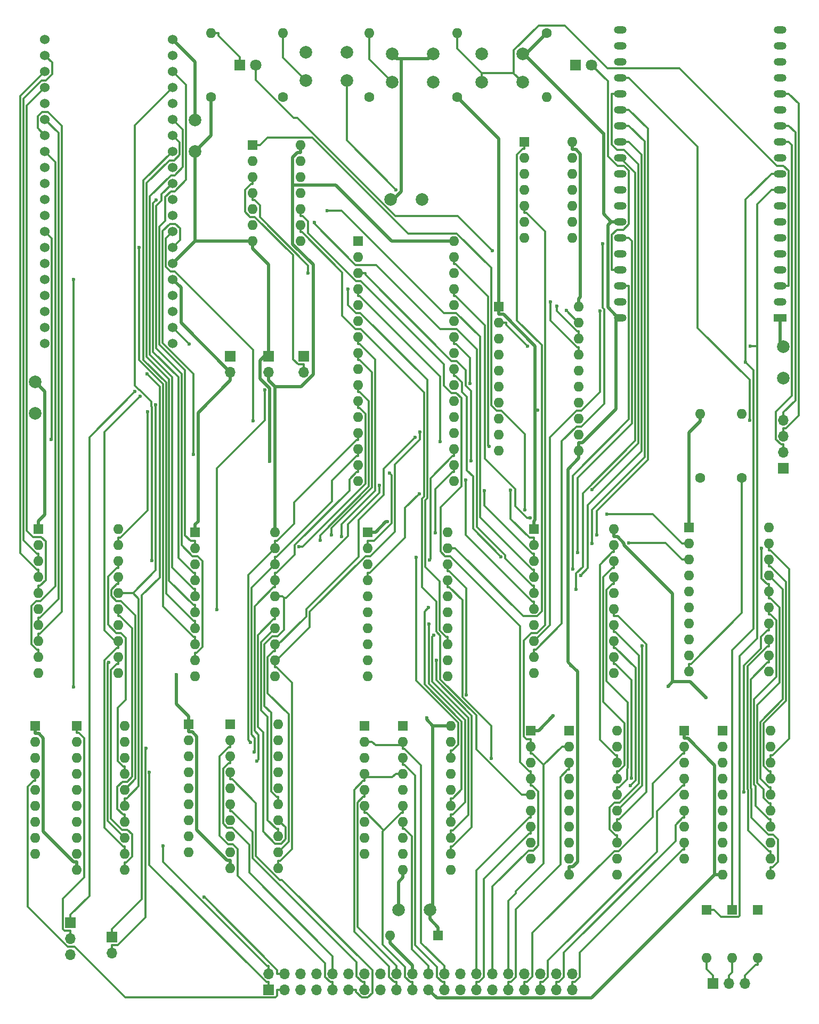
<source format=gbr>
%TF.GenerationSoftware,KiCad,Pcbnew,8.0.5*%
%TF.CreationDate,2024-10-04T15:32:28-04:00*%
%TF.ProjectId,FujiNet_5.0,46756a69-4e65-4745-9f35-2e302e6b6963,rev?*%
%TF.SameCoordinates,Original*%
%TF.FileFunction,Copper,L1,Top*%
%TF.FilePolarity,Positive*%
%FSLAX46Y46*%
G04 Gerber Fmt 4.6, Leading zero omitted, Abs format (unit mm)*
G04 Created by KiCad (PCBNEW 8.0.5) date 2024-10-04 15:32:28*
%MOMM*%
%LPD*%
G01*
G04 APERTURE LIST*
%TA.AperFunction,ComponentPad*%
%ADD10C,1.600000*%
%TD*%
%TA.AperFunction,ComponentPad*%
%ADD11O,1.600000X1.600000*%
%TD*%
%TA.AperFunction,ComponentPad*%
%ADD12R,1.600000X1.600000*%
%TD*%
%TA.AperFunction,ComponentPad*%
%ADD13R,2.000000X1.200000*%
%TD*%
%TA.AperFunction,ComponentPad*%
%ADD14O,2.000000X1.200000*%
%TD*%
%TA.AperFunction,ComponentPad*%
%ADD15C,2.000000*%
%TD*%
%TA.AperFunction,ComponentPad*%
%ADD16R,1.700000X1.700000*%
%TD*%
%TA.AperFunction,ComponentPad*%
%ADD17O,1.700000X1.700000*%
%TD*%
%TA.AperFunction,ComponentPad*%
%ADD18R,1.800000X1.800000*%
%TD*%
%TA.AperFunction,ComponentPad*%
%ADD19C,1.800000*%
%TD*%
%TA.AperFunction,ComponentPad*%
%ADD20C,1.524000*%
%TD*%
%TA.AperFunction,ViaPad*%
%ADD21C,0.600000*%
%TD*%
%TA.AperFunction,Conductor*%
%ADD22C,0.300000*%
%TD*%
%TA.AperFunction,Conductor*%
%ADD23C,0.500000*%
%TD*%
G04 APERTURE END LIST*
D10*
%TO.P,R1,1*%
%TO.N,Net-(A0-7_SHIFTER1-OE)*%
X137160000Y-89408000D03*
D11*
%TO.P,R1,2*%
%TO.N,+3.3V*%
X137160000Y-79248000D03*
%TD*%
D12*
%TO.P,RN1,1,common*%
%TO.N,GND*%
X49276000Y-128524000D03*
D11*
%TO.P,RN1,2,R1*%
%TO.N,/DATA FLOW CONTROL/Z80_D0*%
X49276000Y-131064000D03*
%TO.P,RN1,3,R2*%
%TO.N,/DATA FLOW CONTROL/Z80_D1*%
X49276000Y-133604000D03*
%TO.P,RN1,4,R3*%
%TO.N,/DATA FLOW CONTROL/Z80_D2*%
X49276000Y-136144000D03*
%TO.P,RN1,5,R4*%
%TO.N,/DATA FLOW CONTROL/Z80_D3*%
X49276000Y-138684000D03*
%TO.P,RN1,6,R5*%
%TO.N,/DATA FLOW CONTROL/Z80_D4*%
X49276000Y-141224000D03*
%TO.P,RN1,7,R6*%
%TO.N,/DATA FLOW CONTROL/Z80_D5*%
X49276000Y-143764000D03*
%TO.P,RN1,8,R7*%
%TO.N,/DATA FLOW CONTROL/Z80_D6*%
X49276000Y-146304000D03*
%TO.P,RN1,9,R8*%
%TO.N,/DATA FLOW CONTROL/Z80_D7*%
X49276000Y-148844000D03*
%TD*%
D10*
%TO.P,R4,1*%
%TO.N,GND*%
X52832000Y-28956000D03*
D11*
%TO.P,R4,2*%
%TO.N,Net-(D2-K)*%
X52832000Y-18796000D03*
%TD*%
D12*
%TO.P,D6,1,K*%
%TO.N,/ESP-32 Module/ROM_ACCESS_A18*%
X139700000Y-157988000D03*
D11*
%TO.P,D6,2,A*%
%TO.N,Net-(D6-A)*%
X139700000Y-165608000D03*
%TD*%
D13*
%TO.P,U11,1,3V3*%
%TO.N,+3.3V*%
X143256000Y-64008000D03*
D14*
%TO.P,U11,2,CHIP_PU*%
%TO.N,unconnected-(U11-CHIP_PU-Pad2)*%
X143256000Y-61468000D03*
%TO.P,U11,3,SENSOR_VP/GPIO36/ADC1_CH0*%
%TO.N,Net-(U11-SENSOR_VP{slash}GPIO36{slash}ADC1_CH0)*%
X143256000Y-58928000D03*
%TO.P,U11,4,SENSOR_VN/GPIO39/ADC1_CH3*%
%TO.N,unconnected-(U11-SENSOR_VN{slash}GPIO39{slash}ADC1_CH3-Pad4)*%
X143256000Y-56388000D03*
%TO.P,U11,5,VDET_1/GPIO34/ADC1_CH6*%
%TO.N,Net-(U11-VDET_1{slash}GPIO34{slash}ADC1_CH6)*%
X143256000Y-53848000D03*
%TO.P,U11,6,VDET_2/GPIO35/ADC1_CH7*%
%TO.N,Net-(U11-VDET_2{slash}GPIO35{slash}ADC1_CH7)*%
X143256000Y-51308000D03*
%TO.P,U11,7,32K_XP/GPIO32/ADC1_CH4*%
%TO.N,/DATA FLOW CONTROL/ROMCS*%
X143256000Y-48768000D03*
%TO.P,U11,8,32K_XN/GPIO33/ADC1_CH5*%
%TO.N,/DATA FLOW CONTROL/NMI*%
X143256000Y-46228000D03*
%TO.P,U11,9,DAC_1/ADC2_CH8/GPIO25*%
%TO.N,/ESP-32 Module/ROM_ACCESS_A16*%
X143256000Y-43688000D03*
%TO.P,U11,10,DAC_2/ADC2_CH9/GPIO26*%
%TO.N,/ESP-32 Module/ROM_ACCESS_A17*%
X143256000Y-41148000D03*
%TO.P,U11,11,ADC2_CH7/GPIO27*%
%TO.N,/ESP-32 Module/ROM_ACCESS_A18*%
X143256000Y-38608000D03*
%TO.P,U11,12,MTMS/GPIO14/ADC2_CH6*%
%TO.N,Net-(SPI_Spare1-Pin_2)*%
X143256000Y-36068000D03*
%TO.P,U11,13,MTDI/GPIO12/ADC2_CH5*%
%TO.N,Net-(SPI_Spare1-Pin_4)*%
X143256000Y-33528000D03*
%TO.P,U11,14,GND*%
%TO.N,GND*%
X143256000Y-30988000D03*
%TO.P,U11,15,MTCK/GPIO13/ADC2_CH4*%
%TO.N,Net-(SPI_Spare1-Pin_3)*%
X143256000Y-28448000D03*
%TO.P,U11,16,SD_DATA2/GPIO9*%
%TO.N,unconnected-(U11-SD_DATA2{slash}GPIO9-Pad16)*%
X143256000Y-25908000D03*
%TO.P,U11,17,SD_DATA3/GPIO10*%
%TO.N,unconnected-(U11-SD_DATA3{slash}GPIO10-Pad17)*%
X143256000Y-23368000D03*
%TO.P,U11,18,CMD*%
%TO.N,unconnected-(U11-CMD-Pad18)*%
X143256000Y-20828000D03*
%TO.P,U11,19,5V*%
%TO.N,+5V*%
X143256000Y-18288000D03*
%TO.P,U11,20,SD_CLK/GPIO6*%
%TO.N,unconnected-(U11-SD_CLK{slash}GPIO6-Pad20)*%
X117859680Y-18290720D03*
%TO.P,U11,21,SD_DATA0/GPIO7*%
%TO.N,unconnected-(U11-SD_DATA0{slash}GPIO7-Pad21)*%
X117859680Y-20830720D03*
%TO.P,U11,22,SD_DATA1/GPIO8*%
%TO.N,unconnected-(U11-SD_DATA1{slash}GPIO8-Pad22)*%
X117856000Y-23368000D03*
%TO.P,U11,23,MTDO/GPIO15/ADC2_CH3*%
%TO.N,Net-(SPI_Spare1-Pin_1)*%
X117856000Y-25908000D03*
%TO.P,U11,24,ADC2_CH2/GPIO2*%
%TO.N,/DATA FLOW CONTROL/Spare_1*%
X117856000Y-28448000D03*
%TO.P,U11,25,GPIO0/BOOT/ADC2_CH1*%
%TO.N,/DATA FLOW CONTROL/RESET*%
X117856000Y-30988000D03*
%TO.P,U11,26,ADC2_CH0/GPIO4*%
%TO.N,/DATA FLOW CONTROL/Spare_2*%
X117856000Y-33528000D03*
%TO.P,U11,27,GPIO16*%
%TO.N,/DATA FLOW CONTROL/WAIT*%
X117856000Y-36068000D03*
%TO.P,U11,28,GPIO17*%
%TO.N,/DATA FLOW CONTROL/SYSTEM_READY*%
X117856000Y-38608000D03*
%TO.P,U11,29,GPIO5*%
%TO.N,/ESP-32 Module/SS*%
X117856000Y-41148000D03*
%TO.P,U11,30,GPIO18*%
%TO.N,/ESP-32 Module/SCK*%
X117856000Y-43688000D03*
%TO.P,U11,31,GPIO19*%
%TO.N,/ESP-32 Module/MISO*%
X117856000Y-46228000D03*
%TO.P,U11,32,GND*%
%TO.N,GND*%
X117856000Y-48768000D03*
%TO.P,U11,33,GPIO21*%
%TO.N,/DATA FLOW CONTROL/Spare_3*%
X117856000Y-51308000D03*
%TO.P,U11,34,U0RXD/GPIO3*%
%TO.N,Net-(D2-A)*%
X117856000Y-53848000D03*
%TO.P,U11,35,U0TXD/GPIO1*%
%TO.N,Net-(D3-A)*%
X117856000Y-56388000D03*
%TO.P,U11,36,GPIO22*%
%TO.N,/DATA FLOW CONTROL/Spare_4*%
X117856000Y-58928000D03*
%TO.P,U11,37,GPIO23*%
%TO.N,/ESP-32 Module/MOSI*%
X117856000Y-61468000D03*
%TO.P,U11,38,GND*%
%TO.N,GND*%
X117856000Y-64008000D03*
%TD*%
D10*
%TO.P,R7,1*%
%TO.N,+3.3V*%
X64210000Y-28956000D03*
D11*
%TO.P,R7,2*%
%TO.N,Net-(U11-VDET_1{slash}GPIO34{slash}ADC1_CH6)*%
X64210000Y-18796000D03*
%TD*%
D15*
%TO.P,C1,1*%
%TO.N,+3.3V*%
X24892000Y-74208000D03*
%TO.P,C1,2*%
%TO.N,GND*%
X24892000Y-79208000D03*
%TD*%
D12*
%TO.P,D4,1,K*%
%TO.N,/ESP-32 Module/ROM_ACCESS_A16*%
X131572000Y-157988000D03*
D11*
%TO.P,D4,2,A*%
%TO.N,Net-(D4-A)*%
X131572000Y-165608000D03*
%TD*%
D10*
%TO.P,R5,1*%
%TO.N,GND*%
X106172000Y-18796000D03*
D11*
%TO.P,R5,2*%
%TO.N,Net-(D3-K)*%
X106172000Y-28956000D03*
%TD*%
D12*
%TO.P,RN3,1,common*%
%TO.N,GND*%
X128016000Y-129540000D03*
D11*
%TO.P,RN3,2,R1*%
%TO.N,/DATA FLOW CONTROL/Z80_A8*%
X128016000Y-132080000D03*
%TO.P,RN3,3,R2*%
%TO.N,/DATA FLOW CONTROL/Z80_A9*%
X128016000Y-134620000D03*
%TO.P,RN3,4,R3*%
%TO.N,/DATA FLOW CONTROL/Z80_A10*%
X128016000Y-137160000D03*
%TO.P,RN3,5,R4*%
%TO.N,/DATA FLOW CONTROL/Z80_A11*%
X128016000Y-139700000D03*
%TO.P,RN3,6,R5*%
%TO.N,/DATA FLOW CONTROL/Z80_A12*%
X128016000Y-142240000D03*
%TO.P,RN3,7,R6*%
%TO.N,/DATA FLOW CONTROL/Z80_A13*%
X128016000Y-144780000D03*
%TO.P,RN3,8,R7*%
%TO.N,/DATA FLOW CONTROL/Z80_A14*%
X128016000Y-147320000D03*
%TO.P,RN3,9,R8*%
%TO.N,/DATA FLOW CONTROL/Z80_A15*%
X128016000Y-149860000D03*
%TD*%
D16*
%TO.P,Rom_Access1,1,Pin_1*%
%TO.N,Net-(D4-A)*%
X132588000Y-169672000D03*
D17*
%TO.P,Rom_Access1,2,Pin_2*%
%TO.N,Net-(D5-A)*%
X135128000Y-169672000D03*
%TO.P,Rom_Access1,3,Pin_3*%
%TO.N,Net-(D6-A)*%
X137668000Y-169672000D03*
%TD*%
D12*
%TO.P,U1,1,A18*%
%TO.N,Net-(Rom_Access_Shifter1-B3)*%
X76200000Y-51816000D03*
D11*
%TO.P,U1,2,A16*%
%TO.N,Net-(Rom_Access_Shifter1-B1)*%
X76200000Y-54356000D03*
%TO.P,U1,3,A14*%
%TO.N,/DATA FLOW CONTROL/LEVEL_A14*%
X76200000Y-56896000D03*
%TO.P,U1,4,A12*%
%TO.N,/DATA FLOW CONTROL/LEVEL_A12*%
X76200000Y-59436000D03*
%TO.P,U1,5,A7*%
%TO.N,/DATA FLOW CONTROL/LEVEL_A7*%
X76200000Y-61976000D03*
%TO.P,U1,6,A6*%
%TO.N,/DATA FLOW CONTROL/LEVEL_A6*%
X76200000Y-64516000D03*
%TO.P,U1,7,A5*%
%TO.N,/DATA FLOW CONTROL/LEVEL_A5*%
X76200000Y-67056000D03*
%TO.P,U1,8,A4*%
%TO.N,/DATA FLOW CONTROL/LEVEL_A4*%
X76200000Y-69596000D03*
%TO.P,U1,9,A3*%
%TO.N,/DATA FLOW CONTROL/LEVEL_A3*%
X76200000Y-72136000D03*
%TO.P,U1,10,A2*%
%TO.N,/DATA FLOW CONTROL/LEVEL_A2*%
X76200000Y-74676000D03*
%TO.P,U1,11,A1*%
%TO.N,/DATA FLOW CONTROL/LEVEL_A1*%
X76200000Y-77216000D03*
%TO.P,U1,12,A0*%
%TO.N,/DATA FLOW CONTROL/LEVEL_A0*%
X76200000Y-79756000D03*
%TO.P,U1,13,DQ0*%
%TO.N,/DATA FLOW CONTROL/LEVEL_D0*%
X76200000Y-82296000D03*
%TO.P,U1,14,DQ1*%
%TO.N,/DATA FLOW CONTROL/LEVEL_D1*%
X76200000Y-84836000D03*
%TO.P,U1,15,DQ2*%
%TO.N,/DATA FLOW CONTROL/LEVEL_D2*%
X76200000Y-87376000D03*
%TO.P,U1,16,VSS*%
%TO.N,GND*%
X76200000Y-89916000D03*
%TO.P,U1,17,DQ3*%
%TO.N,/DATA FLOW CONTROL/LEVEL_D3*%
X91440000Y-89916000D03*
%TO.P,U1,18,DQ4*%
%TO.N,/DATA FLOW CONTROL/LEVEL_D4*%
X91440000Y-87376000D03*
%TO.P,U1,19,DQ5*%
%TO.N,/DATA FLOW CONTROL/LEVEL_D5*%
X91440000Y-84836000D03*
%TO.P,U1,20,DQ6*%
%TO.N,/DATA FLOW CONTROL/LEVEL_D6*%
X91440000Y-82296000D03*
%TO.P,U1,21,DQ7*%
%TO.N,/DATA FLOW CONTROL/LEVEL_D7*%
X91440000Y-79756000D03*
%TO.P,U1,22,CE#*%
%TO.N,Net-(J5-Pin_1)*%
X91440000Y-77216000D03*
%TO.P,U1,23,A10*%
%TO.N,/DATA FLOW CONTROL/LEVEL_A10*%
X91440000Y-74676000D03*
%TO.P,U1,24,OE#*%
%TO.N,/DATA FLOW CONTROL/RD_L*%
X91440000Y-72136000D03*
%TO.P,U1,25,A11*%
%TO.N,/DATA FLOW CONTROL/LEVEL_A11*%
X91440000Y-69596000D03*
%TO.P,U1,26,A9*%
%TO.N,/DATA FLOW CONTROL/LEVEL_A9*%
X91440000Y-67056000D03*
%TO.P,U1,27,A8*%
%TO.N,/DATA FLOW CONTROL/LEVEL_A8*%
X91440000Y-64516000D03*
%TO.P,U1,28,A13*%
%TO.N,/DATA FLOW CONTROL/LEVEL_A13*%
X91440000Y-61976000D03*
%TO.P,U1,29,WE#*%
%TO.N,/DATA FLOW CONTROL/RW_L*%
X91440000Y-59436000D03*
%TO.P,U1,30,A17*%
%TO.N,Net-(Rom_Access_Shifter1-B2)*%
X91440000Y-56896000D03*
%TO.P,U1,31,A15*%
%TO.N,/DATA FLOW CONTROL/LEVEL_A15*%
X91440000Y-54356000D03*
%TO.P,U1,32,VCC*%
%TO.N,+5V*%
X91440000Y-51816000D03*
%TD*%
D12*
%TO.P,A0-7_SHIFTER1,1,VA*%
%TO.N,+3.3V*%
X25400000Y-97536000D03*
D11*
%TO.P,A0-7_SHIFTER1,2,A1*%
%TO.N,/DATA FLOW CONTROL/LOCAL_A0*%
X25400000Y-100076000D03*
%TO.P,A0-7_SHIFTER1,3,A2*%
%TO.N,/DATA FLOW CONTROL/LOCAL_A1*%
X25400000Y-102616000D03*
%TO.P,A0-7_SHIFTER1,4,A3*%
%TO.N,/DATA FLOW CONTROL/LOCAL_A2*%
X25400000Y-105156000D03*
%TO.P,A0-7_SHIFTER1,5,A4*%
%TO.N,/DATA FLOW CONTROL/LOCAL_A3*%
X25400000Y-107696000D03*
%TO.P,A0-7_SHIFTER1,6,A5*%
%TO.N,/DATA FLOW CONTROL/LOCAL_A4*%
X25400000Y-110236000D03*
%TO.P,A0-7_SHIFTER1,7,A6*%
%TO.N,/DATA FLOW CONTROL/LOCAL_A5*%
X25400000Y-112776000D03*
%TO.P,A0-7_SHIFTER1,8,A7*%
%TO.N,/DATA FLOW CONTROL/LOCAL_A6*%
X25400000Y-115316000D03*
%TO.P,A0-7_SHIFTER1,9,A8*%
%TO.N,/DATA FLOW CONTROL/LOCAL_A7*%
X25400000Y-117856000D03*
%TO.P,A0-7_SHIFTER1,10,OE*%
%TO.N,Net-(A0-7_SHIFTER1-OE)*%
X25400000Y-120396000D03*
%TO.P,A0-7_SHIFTER1,11,GND*%
%TO.N,GND*%
X38100000Y-120396000D03*
%TO.P,A0-7_SHIFTER1,12,B8*%
%TO.N,/DATA FLOW CONTROL/LEVEL_A7*%
X38100000Y-117856000D03*
%TO.P,A0-7_SHIFTER1,13,B7*%
%TO.N,/DATA FLOW CONTROL/LEVEL_A6*%
X38100000Y-115316000D03*
%TO.P,A0-7_SHIFTER1,14,B6*%
%TO.N,/DATA FLOW CONTROL/LEVEL_A5*%
X38100000Y-112776000D03*
%TO.P,A0-7_SHIFTER1,15,B5*%
%TO.N,/DATA FLOW CONTROL/LEVEL_A4*%
X38100000Y-110236000D03*
%TO.P,A0-7_SHIFTER1,16,B4*%
%TO.N,/DATA FLOW CONTROL/LEVEL_A3*%
X38100000Y-107696000D03*
%TO.P,A0-7_SHIFTER1,17,B3*%
%TO.N,/DATA FLOW CONTROL/LEVEL_A2*%
X38100000Y-105156000D03*
%TO.P,A0-7_SHIFTER1,18,B2*%
%TO.N,/DATA FLOW CONTROL/LEVEL_A1*%
X38100000Y-102616000D03*
%TO.P,A0-7_SHIFTER1,19,B1*%
%TO.N,/DATA FLOW CONTROL/LEVEL_A0*%
X38100000Y-100076000D03*
%TO.P,A0-7_SHIFTER1,20,VB*%
%TO.N,+5V*%
X38100000Y-97536000D03*
%TD*%
D12*
%TO.P,U8,1,A->B*%
%TO.N,Net-(LS245_Dir1-Pin_2)*%
X109728000Y-129540000D03*
D11*
%TO.P,U8,2,A0*%
%TO.N,/DATA FLOW CONTROL/RD_O*%
X109728000Y-132080000D03*
%TO.P,U8,3,A1*%
%TO.N,/DATA FLOW CONTROL/RW_O*%
X109728000Y-134620000D03*
%TO.P,U8,4,A2*%
%TO.N,/DATA FLOW CONTROL/IORQ_O*%
X109728000Y-137160000D03*
%TO.P,U8,5,A3*%
%TO.N,/DATA FLOW CONTROL/MEMRQ_O*%
X109728000Y-139700000D03*
%TO.P,U8,6,A4*%
%TO.N,/DATA FLOW CONTROL/BUSRQ_O*%
X109728000Y-142240000D03*
%TO.P,U8,7,A5*%
%TO.N,/DATA FLOW CONTROL/WAIT_O*%
X109728000Y-144780000D03*
%TO.P,U8,8,A6*%
%TO.N,/DATA FLOW CONTROL/NMI_O*%
X109728000Y-147320000D03*
%TO.P,U8,9,A7*%
%TO.N,/DATA FLOW CONTROL/ROMCS_O*%
X109728000Y-149860000D03*
%TO.P,U8,10,GND*%
%TO.N,GND*%
X109728000Y-152400000D03*
%TO.P,U8,11,B7*%
%TO.N,/DATA FLOW CONTROL/ROMCS_L*%
X117348000Y-152400000D03*
%TO.P,U8,12,B6*%
%TO.N,/DATA FLOW CONTROL/NMI_L*%
X117348000Y-149860000D03*
%TO.P,U8,13,B5*%
%TO.N,/DATA FLOW CONTROL/WAIT_L*%
X117348000Y-147320000D03*
%TO.P,U8,14,B4*%
%TO.N,/DATA FLOW CONTROL/BUSRQ_L*%
X117348000Y-144780000D03*
%TO.P,U8,15,B3*%
%TO.N,/DATA FLOW CONTROL/MEMRQ_L*%
X117348000Y-142240000D03*
%TO.P,U8,16,B2*%
%TO.N,/DATA FLOW CONTROL/IORQ_L*%
X117348000Y-139700000D03*
%TO.P,U8,17,B1*%
%TO.N,/DATA FLOW CONTROL/RW_L*%
X117348000Y-137160000D03*
%TO.P,U8,18,B0*%
%TO.N,/DATA FLOW CONTROL/RD_L*%
X117348000Y-134620000D03*
%TO.P,U8,19,CE*%
%TO.N,Net-(J6-Pin_2)*%
X117348000Y-132080000D03*
%TO.P,U8,20,VCC*%
%TO.N,+5V*%
X117348000Y-129540000D03*
%TD*%
D12*
%TO.P,D5,1,K*%
%TO.N,/ESP-32 Module/ROM_ACCESS_A17*%
X135636000Y-157988000D03*
D11*
%TO.P,D5,2,A*%
%TO.N,Net-(D5-A)*%
X135636000Y-165608000D03*
%TD*%
D15*
%TO.P,SW2,1,1*%
%TO.N,GND*%
X81586000Y-22134000D03*
X88086000Y-22134000D03*
%TO.P,SW2,2,2*%
%TO.N,Net-(U11-VDET_2{slash}GPIO35{slash}ADC1_CH7)*%
X81586000Y-26634000D03*
X88086000Y-26634000D03*
%TD*%
D12*
%TO.P,Z80_CONTROL_1_SHIFTER1,1,VA*%
%TO.N,+3.3V*%
X104140000Y-97536000D03*
D11*
%TO.P,Z80_CONTROL_1_SHIFTER1,2,A1*%
%TO.N,/DATA FLOW CONTROL/RD*%
X104140000Y-100076000D03*
%TO.P,Z80_CONTROL_1_SHIFTER1,3,A2*%
%TO.N,/DATA FLOW CONTROL/RW*%
X104140000Y-102616000D03*
%TO.P,Z80_CONTROL_1_SHIFTER1,4,A3*%
%TO.N,/DATA FLOW CONTROL/IORQ*%
X104140000Y-105156000D03*
%TO.P,Z80_CONTROL_1_SHIFTER1,5,A4*%
%TO.N,/DATA FLOW CONTROL/MEMRQ*%
X104140000Y-107696000D03*
%TO.P,Z80_CONTROL_1_SHIFTER1,6,A5*%
%TO.N,/DATA FLOW CONTROL/BUSRQ*%
X104140000Y-110236000D03*
%TO.P,Z80_CONTROL_1_SHIFTER1,7,A6*%
%TO.N,/DATA FLOW CONTROL/WAIT*%
X104140000Y-112776000D03*
%TO.P,Z80_CONTROL_1_SHIFTER1,8,A7*%
%TO.N,/DATA FLOW CONTROL/NMI*%
X104140000Y-115316000D03*
%TO.P,Z80_CONTROL_1_SHIFTER1,9,A8*%
%TO.N,/DATA FLOW CONTROL/ROMCS*%
X104140000Y-117856000D03*
%TO.P,Z80_CONTROL_1_SHIFTER1,10,OE*%
%TO.N,Net-(A0-7_SHIFTER1-OE)*%
X104140000Y-120396000D03*
%TO.P,Z80_CONTROL_1_SHIFTER1,11,GND*%
%TO.N,GND*%
X116840000Y-120396000D03*
%TO.P,Z80_CONTROL_1_SHIFTER1,12,B8*%
%TO.N,/DATA FLOW CONTROL/ROMCS_L*%
X116840000Y-117856000D03*
%TO.P,Z80_CONTROL_1_SHIFTER1,13,B7*%
%TO.N,/DATA FLOW CONTROL/NMI_L*%
X116840000Y-115316000D03*
%TO.P,Z80_CONTROL_1_SHIFTER1,14,B6*%
%TO.N,/DATA FLOW CONTROL/WAIT_L*%
X116840000Y-112776000D03*
%TO.P,Z80_CONTROL_1_SHIFTER1,15,B5*%
%TO.N,/DATA FLOW CONTROL/BUSRQ_L*%
X116840000Y-110236000D03*
%TO.P,Z80_CONTROL_1_SHIFTER1,16,B4*%
%TO.N,/DATA FLOW CONTROL/MEMRQ_L*%
X116840000Y-107696000D03*
%TO.P,Z80_CONTROL_1_SHIFTER1,17,B3*%
%TO.N,/DATA FLOW CONTROL/IORQ_L*%
X116840000Y-105156000D03*
%TO.P,Z80_CONTROL_1_SHIFTER1,18,B2*%
%TO.N,/DATA FLOW CONTROL/RW_L*%
X116840000Y-102616000D03*
%TO.P,Z80_CONTROL_1_SHIFTER1,19,B1*%
%TO.N,/DATA FLOW CONTROL/RD_L*%
X116840000Y-100076000D03*
%TO.P,Z80_CONTROL_1_SHIFTER1,20,VB*%
%TO.N,+5V*%
X116840000Y-97536000D03*
%TD*%
D12*
%TO.P,U6,1,A->B*%
%TO.N,Net-(LS245_Dir1-Pin_2)*%
X31496000Y-128778000D03*
D11*
%TO.P,U6,2,A0*%
%TO.N,/DATA FLOW CONTROL/Z80_A0*%
X31496000Y-131318000D03*
%TO.P,U6,3,A1*%
%TO.N,/DATA FLOW CONTROL/Z80_A1*%
X31496000Y-133858000D03*
%TO.P,U6,4,A2*%
%TO.N,/DATA FLOW CONTROL/Z80_A2*%
X31496000Y-136398000D03*
%TO.P,U6,5,A3*%
%TO.N,/DATA FLOW CONTROL/Z80_A3*%
X31496000Y-138938000D03*
%TO.P,U6,6,A4*%
%TO.N,/DATA FLOW CONTROL/Z80_A4*%
X31496000Y-141478000D03*
%TO.P,U6,7,A5*%
%TO.N,/DATA FLOW CONTROL/Z80_A5*%
X31496000Y-144018000D03*
%TO.P,U6,8,A6*%
%TO.N,/DATA FLOW CONTROL/Z80_A6*%
X31496000Y-146558000D03*
%TO.P,U6,9,A7*%
%TO.N,/DATA FLOW CONTROL/Z80_A7*%
X31496000Y-149098000D03*
%TO.P,U6,10,GND*%
%TO.N,GND*%
X31496000Y-151638000D03*
%TO.P,U6,11,B7*%
%TO.N,/DATA FLOW CONTROL/LEVEL_A7*%
X39116000Y-151638000D03*
%TO.P,U6,12,B6*%
%TO.N,/DATA FLOW CONTROL/LEVEL_A6*%
X39116000Y-149098000D03*
%TO.P,U6,13,B5*%
%TO.N,/DATA FLOW CONTROL/LEVEL_A5*%
X39116000Y-146558000D03*
%TO.P,U6,14,B4*%
%TO.N,/DATA FLOW CONTROL/LEVEL_A4*%
X39116000Y-144018000D03*
%TO.P,U6,15,B3*%
%TO.N,/DATA FLOW CONTROL/LEVEL_A3*%
X39116000Y-141478000D03*
%TO.P,U6,16,B2*%
%TO.N,/DATA FLOW CONTROL/LEVEL_A2*%
X39116000Y-138938000D03*
%TO.P,U6,17,B1*%
%TO.N,/DATA FLOW CONTROL/LEVEL_A1*%
X39116000Y-136398000D03*
%TO.P,U6,18,B0*%
%TO.N,/DATA FLOW CONTROL/LEVEL_A0*%
X39116000Y-133858000D03*
%TO.P,U6,19,CE*%
%TO.N,Net-(J6-Pin_2)*%
X39116000Y-131318000D03*
%TO.P,U6,20,VCC*%
%TO.N,+5V*%
X39116000Y-128778000D03*
%TD*%
D10*
%TO.P,R3,1*%
%TO.N,+3.3V*%
X91948000Y-28956000D03*
D11*
%TO.P,R3,2*%
%TO.N,Net-(U11-SENSOR_VP{slash}GPIO36{slash}ADC1_CH0)*%
X91948000Y-18796000D03*
%TD*%
D16*
%TO.P,J2,1,Pin_1*%
%TO.N,/DATA FLOW CONTROL/Z80_A0*%
X61976000Y-170688000D03*
D17*
%TO.P,J2,2,Pin_2*%
%TO.N,/DATA FLOW CONTROL/Z80_A1*%
X61976000Y-168148000D03*
%TO.P,J2,3,Pin_3*%
%TO.N,/DATA FLOW CONTROL/Z80_A2*%
X64516000Y-170688000D03*
%TO.P,J2,4,Pin_4*%
%TO.N,/DATA FLOW CONTROL/Z80_A3*%
X64516000Y-168148000D03*
%TO.P,J2,5,Pin_5*%
%TO.N,/DATA FLOW CONTROL/Z80_A4*%
X67056000Y-170688000D03*
%TO.P,J2,6,Pin_6*%
%TO.N,/DATA FLOW CONTROL/Z80_A5*%
X67056000Y-168148000D03*
%TO.P,J2,7,Pin_7*%
%TO.N,/DATA FLOW CONTROL/Z80_A6*%
X69596000Y-170688000D03*
%TO.P,J2,8,Pin_8*%
%TO.N,/DATA FLOW CONTROL/Z80_A7*%
X69596000Y-168148000D03*
%TO.P,J2,9,Pin_9*%
%TO.N,/DATA FLOW CONTROL/Z80_D0*%
X72136000Y-170688000D03*
%TO.P,J2,10,Pin_10*%
%TO.N,/DATA FLOW CONTROL/Z80_D1*%
X72136000Y-168148000D03*
%TO.P,J2,11,Pin_11*%
%TO.N,/DATA FLOW CONTROL/Z80_D2*%
X74676000Y-170688000D03*
%TO.P,J2,12,Pin_12*%
%TO.N,/DATA FLOW CONTROL/Z80_D3*%
X74676000Y-168148000D03*
%TO.P,J2,13,Pin_13*%
%TO.N,/DATA FLOW CONTROL/Z80_D4*%
X77216000Y-170688000D03*
%TO.P,J2,14,Pin_14*%
%TO.N,/DATA FLOW CONTROL/Z80_D5*%
X77216000Y-168148000D03*
%TO.P,J2,15,Pin_15*%
%TO.N,/DATA FLOW CONTROL/Z80_D6*%
X79756000Y-170688000D03*
%TO.P,J2,16,Pin_16*%
%TO.N,/DATA FLOW CONTROL/Z80_D7*%
X79756000Y-168148000D03*
%TO.P,J2,17,Pin_17*%
%TO.N,/DATA FLOW CONTROL/Spare_1_O*%
X82296000Y-170688000D03*
%TO.P,J2,18,Pin_18*%
%TO.N,/DATA FLOW CONTROL/Spare_2_O*%
X82296000Y-168148000D03*
%TO.P,J2,19,Pin_19*%
%TO.N,/DATA FLOW CONTROL/Spare_3_O*%
X84836000Y-170688000D03*
%TO.P,J2,20,Pin_20*%
%TO.N,Net-(D1-A)*%
X84836000Y-168148000D03*
%TO.P,J2,21,Pin_21*%
%TO.N,GND*%
X87376000Y-170688000D03*
%TO.P,J2,22,Pin_22*%
%TO.N,/DATA FLOW CONTROL/Spare_4_O*%
X87376000Y-168148000D03*
%TO.P,J2,23,Pin_23*%
%TO.N,/DATA FLOW CONTROL/RESET_O*%
X89916000Y-170688000D03*
%TO.P,J2,24,Pin_24*%
%TO.N,/DATA FLOW CONTROL/BUSACK_O*%
X89916000Y-168148000D03*
%TO.P,J2,25,Pin_25*%
%TO.N,/DATA FLOW CONTROL/ROMCS_O*%
X92456000Y-170688000D03*
%TO.P,J2,26,Pin_26*%
%TO.N,/DATA FLOW CONTROL/NMI_O*%
X92456000Y-168148000D03*
%TO.P,J2,27,Pin_27*%
%TO.N,/DATA FLOW CONTROL/WAIT_O*%
X94996000Y-170688000D03*
%TO.P,J2,28,Pin_28*%
%TO.N,/DATA FLOW CONTROL/BUSRQ_O*%
X94996000Y-168148000D03*
%TO.P,J2,29,Pin_29*%
%TO.N,/DATA FLOW CONTROL/MEMRQ_O*%
X97536000Y-170688000D03*
%TO.P,J2,30,Pin_30*%
%TO.N,/DATA FLOW CONTROL/IORQ_O*%
X97536000Y-168148000D03*
%TO.P,J2,31,Pin_31*%
%TO.N,/DATA FLOW CONTROL/RW_O*%
X100076000Y-170688000D03*
%TO.P,J2,32,Pin_32*%
%TO.N,/DATA FLOW CONTROL/RD_O*%
X100076000Y-168148000D03*
%TO.P,J2,33,Pin_33*%
%TO.N,/DATA FLOW CONTROL/Z80_A8*%
X102616000Y-170688000D03*
%TO.P,J2,34,Pin_34*%
%TO.N,/DATA FLOW CONTROL/Z80_A9*%
X102616000Y-168148000D03*
%TO.P,J2,35,Pin_35*%
%TO.N,/DATA FLOW CONTROL/Z80_A10*%
X105156000Y-170688000D03*
%TO.P,J2,36,Pin_36*%
%TO.N,/DATA FLOW CONTROL/Z80_A11*%
X105156000Y-168148000D03*
%TO.P,J2,37,Pin_37*%
%TO.N,/DATA FLOW CONTROL/Z80_A12*%
X107696000Y-170688000D03*
%TO.P,J2,38,Pin_38*%
%TO.N,/DATA FLOW CONTROL/Z80_A13*%
X107696000Y-168148000D03*
%TO.P,J2,39,Pin_39*%
%TO.N,/DATA FLOW CONTROL/Z80_A14*%
X110236000Y-170688000D03*
%TO.P,J2,40,Pin_40*%
%TO.N,/DATA FLOW CONTROL/Z80_A15*%
X110236000Y-168148000D03*
%TD*%
D10*
%TO.P,R2,1*%
%TO.N,Net-(Rom_Access_Shifter1-OE)*%
X130556000Y-89408000D03*
D11*
%TO.P,R2,2*%
%TO.N,+3.3V*%
X130556000Y-79248000D03*
%TD*%
D18*
%TO.P,D2,1,K*%
%TO.N,Net-(D2-K)*%
X57347000Y-23876000D03*
D19*
%TO.P,D2,2,A*%
%TO.N,Net-(D2-A)*%
X59887000Y-23876000D03*
%TD*%
D15*
%TO.P,C6,1*%
%TO.N,+5V*%
X50292000Y-32592000D03*
%TO.P,C6,2*%
%TO.N,GND*%
X50292000Y-37592000D03*
%TD*%
D12*
%TO.P,U4,1,A->B*%
%TO.N,Net-(LS245_Dir1-Pin_2)*%
X55880000Y-128524000D03*
D11*
%TO.P,U4,2,A0*%
%TO.N,/DATA FLOW CONTROL/Z80_D0*%
X55880000Y-131064000D03*
%TO.P,U4,3,A1*%
%TO.N,/DATA FLOW CONTROL/Z80_D1*%
X55880000Y-133604000D03*
%TO.P,U4,4,A2*%
%TO.N,/DATA FLOW CONTROL/Z80_D2*%
X55880000Y-136144000D03*
%TO.P,U4,5,A3*%
%TO.N,/DATA FLOW CONTROL/Z80_D3*%
X55880000Y-138684000D03*
%TO.P,U4,6,A4*%
%TO.N,/DATA FLOW CONTROL/Z80_D4*%
X55880000Y-141224000D03*
%TO.P,U4,7,A5*%
%TO.N,/DATA FLOW CONTROL/Z80_D5*%
X55880000Y-143764000D03*
%TO.P,U4,8,A6*%
%TO.N,/DATA FLOW CONTROL/Z80_D6*%
X55880000Y-146304000D03*
%TO.P,U4,9,A7*%
%TO.N,/DATA FLOW CONTROL/Z80_D7*%
X55880000Y-148844000D03*
%TO.P,U4,10,GND*%
%TO.N,GND*%
X55880000Y-151384000D03*
%TO.P,U4,11,B7*%
%TO.N,/DATA FLOW CONTROL/LEVEL_D7*%
X63500000Y-151384000D03*
%TO.P,U4,12,B6*%
%TO.N,/DATA FLOW CONTROL/LEVEL_D6*%
X63500000Y-148844000D03*
%TO.P,U4,13,B5*%
%TO.N,/DATA FLOW CONTROL/LEVEL_D5*%
X63500000Y-146304000D03*
%TO.P,U4,14,B4*%
%TO.N,/DATA FLOW CONTROL/LEVEL_D4*%
X63500000Y-143764000D03*
%TO.P,U4,15,B3*%
%TO.N,/DATA FLOW CONTROL/LEVEL_D3*%
X63500000Y-141224000D03*
%TO.P,U4,16,B2*%
%TO.N,/DATA FLOW CONTROL/LEVEL_D2*%
X63500000Y-138684000D03*
%TO.P,U4,17,B1*%
%TO.N,/DATA FLOW CONTROL/LEVEL_D1*%
X63500000Y-136144000D03*
%TO.P,U4,18,B0*%
%TO.N,/DATA FLOW CONTROL/LEVEL_D0*%
X63500000Y-133604000D03*
%TO.P,U4,19,CE*%
%TO.N,Net-(J6-Pin_2)*%
X63500000Y-131064000D03*
%TO.P,U4,20,VCC*%
%TO.N,+5V*%
X63500000Y-128524000D03*
%TD*%
D15*
%TO.P,C3,1*%
%TO.N,+3.3V*%
X143724000Y-68620000D03*
%TO.P,C3,2*%
%TO.N,GND*%
X143724000Y-73620000D03*
%TD*%
D12*
%TO.P,U7,1,A->B*%
%TO.N,Net-(LS245_Dir1-Pin_2)*%
X134112000Y-129540000D03*
D11*
%TO.P,U7,2,A0*%
%TO.N,/DATA FLOW CONTROL/Z80_A8*%
X134112000Y-132080000D03*
%TO.P,U7,3,A1*%
%TO.N,/DATA FLOW CONTROL/Z80_A9*%
X134112000Y-134620000D03*
%TO.P,U7,4,A2*%
%TO.N,/DATA FLOW CONTROL/Z80_A10*%
X134112000Y-137160000D03*
%TO.P,U7,5,A3*%
%TO.N,/DATA FLOW CONTROL/Z80_A11*%
X134112000Y-139700000D03*
%TO.P,U7,6,A4*%
%TO.N,/DATA FLOW CONTROL/Z80_A12*%
X134112000Y-142240000D03*
%TO.P,U7,7,A5*%
%TO.N,/DATA FLOW CONTROL/Z80_A13*%
X134112000Y-144780000D03*
%TO.P,U7,8,A6*%
%TO.N,/DATA FLOW CONTROL/Z80_A14*%
X134112000Y-147320000D03*
%TO.P,U7,9,A7*%
%TO.N,/DATA FLOW CONTROL/Z80_A15*%
X134112000Y-149860000D03*
%TO.P,U7,10,GND*%
%TO.N,GND*%
X134112000Y-152400000D03*
%TO.P,U7,11,B7*%
%TO.N,/DATA FLOW CONTROL/LEVEL_A15*%
X141732000Y-152400000D03*
%TO.P,U7,12,B6*%
%TO.N,/DATA FLOW CONTROL/LEVEL_A14*%
X141732000Y-149860000D03*
%TO.P,U7,13,B5*%
%TO.N,/DATA FLOW CONTROL/LEVEL_A13*%
X141732000Y-147320000D03*
%TO.P,U7,14,B4*%
%TO.N,/DATA FLOW CONTROL/LEVEL_A12*%
X141732000Y-144780000D03*
%TO.P,U7,15,B3*%
%TO.N,/DATA FLOW CONTROL/LEVEL_A11*%
X141732000Y-142240000D03*
%TO.P,U7,16,B2*%
%TO.N,/DATA FLOW CONTROL/LEVEL_A10*%
X141732000Y-139700000D03*
%TO.P,U7,17,B1*%
%TO.N,/DATA FLOW CONTROL/LEVEL_A9*%
X141732000Y-137160000D03*
%TO.P,U7,18,B0*%
%TO.N,/DATA FLOW CONTROL/LEVEL_A8*%
X141732000Y-134620000D03*
%TO.P,U7,19,CE*%
%TO.N,Net-(J6-Pin_2)*%
X141732000Y-132080000D03*
%TO.P,U7,20,VCC*%
%TO.N,+5V*%
X141732000Y-129540000D03*
%TD*%
D15*
%TO.P,C2,1*%
%TO.N,+5V*%
X87590000Y-157988000D03*
%TO.P,C2,2*%
%TO.N,GND*%
X82590000Y-157988000D03*
%TD*%
%TO.P,SW1,1,1*%
%TO.N,GND*%
X67870000Y-21844000D03*
X74370000Y-21844000D03*
%TO.P,SW1,2,2*%
%TO.N,Net-(U11-VDET_1{slash}GPIO34{slash}ADC1_CH6)*%
X67870000Y-26344000D03*
X74370000Y-26344000D03*
%TD*%
D16*
%TO.P,J1,1,Pin_1*%
%TO.N,GND*%
X55880000Y-70104000D03*
D17*
%TO.P,J1,2,Pin_2*%
%TO.N,+3.3V*%
X55880000Y-72644000D03*
%TD*%
D16*
%TO.P,SPI_Spare1,1,Pin_1*%
%TO.N,Net-(SPI_Spare1-Pin_1)*%
X143764000Y-87884000D03*
D17*
%TO.P,SPI_Spare1,2,Pin_2*%
%TO.N,Net-(SPI_Spare1-Pin_2)*%
X143764000Y-85344000D03*
%TO.P,SPI_Spare1,3,Pin_3*%
%TO.N,Net-(SPI_Spare1-Pin_3)*%
X143764000Y-82804000D03*
%TO.P,SPI_Spare1,4,Pin_4*%
%TO.N,Net-(SPI_Spare1-Pin_4)*%
X143764000Y-80264000D03*
%TD*%
D12*
%TO.P,U3,1*%
%TO.N,/DATA FLOW CONTROL/BUSACK_L*%
X102616000Y-36068000D03*
D11*
%TO.P,U3,2*%
%TO.N,Net-(U2-Pad2)*%
X102616000Y-38608000D03*
%TO.P,U3,3*%
%TO.N,Net-(U2-Pad8)*%
X102616000Y-41148000D03*
%TO.P,U3,4*%
%TO.N,Net-(U2-Pad5)*%
X102616000Y-43688000D03*
%TO.P,U3,5*%
%TO.N,/DATA FLOW CONTROL/RD_O*%
X102616000Y-46228000D03*
%TO.P,U3,6*%
%TO.N,Net-(LS245_Dir1-Pin_1)*%
X102616000Y-48768000D03*
%TO.P,U3,7,GND*%
%TO.N,GND*%
X102616000Y-51308000D03*
%TO.P,U3,8*%
%TO.N,unconnected-(U3-Pad8)*%
X110236000Y-51308000D03*
%TO.P,U3,9*%
%TO.N,unconnected-(U3-Pad9)*%
X110236000Y-48768000D03*
%TO.P,U3,10*%
%TO.N,unconnected-(U3-Pad10)*%
X110236000Y-46228000D03*
%TO.P,U3,11*%
%TO.N,unconnected-(U3-Pad11)*%
X110236000Y-43688000D03*
%TO.P,U3,12*%
%TO.N,unconnected-(U3-Pad12)*%
X110236000Y-41148000D03*
%TO.P,U3,13*%
%TO.N,unconnected-(U3-Pad13)*%
X110236000Y-38608000D03*
%TO.P,U3,14,VCC*%
%TO.N,+5V*%
X110236000Y-36068000D03*
%TD*%
D15*
%TO.P,SW3,1,1*%
%TO.N,GND*%
X95810000Y-22134000D03*
X102310000Y-22134000D03*
%TO.P,SW3,2,2*%
%TO.N,Net-(U11-SENSOR_VP{slash}GPIO36{slash}ADC1_CH0)*%
X95810000Y-26634000D03*
X102310000Y-26634000D03*
%TD*%
D16*
%TO.P,J6,1,Pin_1*%
%TO.N,Net-(J6-Pin_1)*%
X37084000Y-162301000D03*
D17*
%TO.P,J6,2,Pin_2*%
%TO.N,Net-(J6-Pin_2)*%
X37084000Y-164841000D03*
%TD*%
D18*
%TO.P,D3,1,K*%
%TO.N,Net-(D3-K)*%
X110744000Y-23876000D03*
D19*
%TO.P,D3,2,A*%
%TO.N,Net-(D3-A)*%
X113284000Y-23876000D03*
%TD*%
D10*
%TO.P,R6,1*%
%TO.N,+3.3V*%
X77926000Y-28956000D03*
D11*
%TO.P,R6,2*%
%TO.N,Net-(U11-VDET_2{slash}GPIO35{slash}ADC1_CH7)*%
X77926000Y-18796000D03*
%TD*%
D16*
%TO.P,J3,1,Pin_1*%
%TO.N,GND*%
X61976000Y-70104000D03*
D17*
%TO.P,J3,2,Pin_2*%
%TO.N,+5V*%
X61976000Y-72644000D03*
%TD*%
D12*
%TO.P,A8-15_SHIFTER1,1,VA*%
%TO.N,+3.3V*%
X128778000Y-97282000D03*
D11*
%TO.P,A8-15_SHIFTER1,2,A1*%
%TO.N,/DATA FLOW CONTROL/LOCAL_A8*%
X128778000Y-99822000D03*
%TO.P,A8-15_SHIFTER1,3,A2*%
%TO.N,/DATA FLOW CONTROL/LOCAL_A9*%
X128778000Y-102362000D03*
%TO.P,A8-15_SHIFTER1,4,A3*%
%TO.N,/DATA FLOW CONTROL/LOCAL_A10*%
X128778000Y-104902000D03*
%TO.P,A8-15_SHIFTER1,5,A4*%
%TO.N,/DATA FLOW CONTROL/LOCAL_A11*%
X128778000Y-107442000D03*
%TO.P,A8-15_SHIFTER1,6,A5*%
%TO.N,/DATA FLOW CONTROL/LOCAL_A12*%
X128778000Y-109982000D03*
%TO.P,A8-15_SHIFTER1,7,A6*%
%TO.N,/DATA FLOW CONTROL/LOCAL_A13*%
X128778000Y-112522000D03*
%TO.P,A8-15_SHIFTER1,8,A7*%
%TO.N,/DATA FLOW CONTROL/LOCAL_A14*%
X128778000Y-115062000D03*
%TO.P,A8-15_SHIFTER1,9,A8*%
%TO.N,/DATA FLOW CONTROL/LOCAL_A15*%
X128778000Y-117602000D03*
%TO.P,A8-15_SHIFTER1,10,OE*%
%TO.N,Net-(A0-7_SHIFTER1-OE)*%
X128778000Y-120142000D03*
%TO.P,A8-15_SHIFTER1,11,GND*%
%TO.N,GND*%
X141478000Y-120142000D03*
%TO.P,A8-15_SHIFTER1,12,B8*%
%TO.N,/DATA FLOW CONTROL/LEVEL_A15*%
X141478000Y-117602000D03*
%TO.P,A8-15_SHIFTER1,13,B7*%
%TO.N,/DATA FLOW CONTROL/LEVEL_A14*%
X141478000Y-115062000D03*
%TO.P,A8-15_SHIFTER1,14,B6*%
%TO.N,/DATA FLOW CONTROL/LEVEL_A13*%
X141478000Y-112522000D03*
%TO.P,A8-15_SHIFTER1,15,B5*%
%TO.N,/DATA FLOW CONTROL/LEVEL_A12*%
X141478000Y-109982000D03*
%TO.P,A8-15_SHIFTER1,16,B4*%
%TO.N,/DATA FLOW CONTROL/LEVEL_A11*%
X141478000Y-107442000D03*
%TO.P,A8-15_SHIFTER1,17,B3*%
%TO.N,/DATA FLOW CONTROL/LEVEL_A10*%
X141478000Y-104902000D03*
%TO.P,A8-15_SHIFTER1,18,B2*%
%TO.N,/DATA FLOW CONTROL/LEVEL_A9*%
X141478000Y-102362000D03*
%TO.P,A8-15_SHIFTER1,19,B1*%
%TO.N,/DATA FLOW CONTROL/LEVEL_A8*%
X141478000Y-99822000D03*
%TO.P,A8-15_SHIFTER1,20,VB*%
%TO.N,+5V*%
X141478000Y-97282000D03*
%TD*%
D12*
%TO.P,U2,1*%
%TO.N,/DATA FLOW CONTROL/ROMCS_L*%
X59436000Y-36576000D03*
D11*
%TO.P,U2,2*%
%TO.N,Net-(U2-Pad2)*%
X59436000Y-39116000D03*
%TO.P,U2,3*%
%TO.N,Net-(J5-Pin_2)*%
X59436000Y-41656000D03*
%TO.P,U2,4*%
%TO.N,/DATA FLOW CONTROL/SYSTEM_READY_L*%
X59436000Y-44196000D03*
%TO.P,U2,5*%
%TO.N,Net-(U2-Pad5)*%
X59436000Y-46736000D03*
%TO.P,U2,6*%
%TO.N,Net-(J6-Pin_1)*%
X59436000Y-49276000D03*
%TO.P,U2,7,GND*%
%TO.N,GND*%
X59436000Y-51816000D03*
%TO.P,U2,8*%
%TO.N,Net-(U2-Pad8)*%
X67056000Y-51816000D03*
%TO.P,U2,9*%
%TO.N,/DATA FLOW CONTROL/MEMRQ_O*%
X67056000Y-49276000D03*
%TO.P,U2,10*%
%TO.N,/DATA FLOW CONTROL/IORQ_O*%
X67056000Y-46736000D03*
%TO.P,U2,11*%
%TO.N,unconnected-(U2-Pad11)*%
X67056000Y-44196000D03*
%TO.P,U2,12*%
%TO.N,unconnected-(U2-Pad12)*%
X67056000Y-41656000D03*
%TO.P,U2,13*%
%TO.N,unconnected-(U2-Pad13)*%
X67056000Y-39116000D03*
%TO.P,U2,14,VCC*%
%TO.N,+5V*%
X67056000Y-36576000D03*
%TD*%
D12*
%TO.P,U9,1,A->B*%
%TO.N,Net-(LS245_Dir1-Pin_2)*%
X83312000Y-128778000D03*
D11*
%TO.P,U9,2,A0*%
%TO.N,/DATA FLOW CONTROL/BUSACK_O*%
X83312000Y-131318000D03*
%TO.P,U9,3,A1*%
%TO.N,/DATA FLOW CONTROL/RESET_O*%
X83312000Y-133858000D03*
%TO.P,U9,4,A2*%
%TO.N,/DATA FLOW CONTROL/Spare_1_O*%
X83312000Y-136398000D03*
%TO.P,U9,5,A3*%
%TO.N,/DATA FLOW CONTROL/Spare_2_O*%
X83312000Y-138938000D03*
%TO.P,U9,6,A4*%
%TO.N,/DATA FLOW CONTROL/Spare_3_O*%
X83312000Y-141478000D03*
%TO.P,U9,7,A5*%
%TO.N,/DATA FLOW CONTROL/Spare_4_O*%
X83312000Y-144018000D03*
%TO.P,U9,8,A6*%
%TO.N,/DATA FLOW CONTROL/SYSTEM_READY_O*%
X83312000Y-146558000D03*
%TO.P,U9,9,A7*%
%TO.N,unconnected-(U9-A7-Pad9)*%
X83312000Y-149098000D03*
%TO.P,U9,10,GND*%
%TO.N,GND*%
X83312000Y-151638000D03*
%TO.P,U9,11,B7*%
%TO.N,unconnected-(U9-B7-Pad11)*%
X90932000Y-151638000D03*
%TO.P,U9,12,B6*%
%TO.N,/DATA FLOW CONTROL/SYSTEM_READY_L*%
X90932000Y-149098000D03*
%TO.P,U9,13,B5*%
%TO.N,/DATA FLOW CONTROL/SPARE_4_L*%
X90932000Y-146558000D03*
%TO.P,U9,14,B4*%
%TO.N,/DATA FLOW CONTROL/SPARE_3_L*%
X90932000Y-144018000D03*
%TO.P,U9,15,B3*%
%TO.N,/DATA FLOW CONTROL/SPARE_2_L*%
X90932000Y-141478000D03*
%TO.P,U9,16,B2*%
%TO.N,/DATA FLOW CONTROL/SPARE_1_L*%
X90932000Y-138938000D03*
%TO.P,U9,17,B1*%
%TO.N,/DATA FLOW CONTROL/RESET_L*%
X90932000Y-136398000D03*
%TO.P,U9,18,B0*%
%TO.N,/DATA FLOW CONTROL/BUSACK_L*%
X90932000Y-133858000D03*
%TO.P,U9,19,CE*%
%TO.N,Net-(J6-Pin_2)*%
X90932000Y-131318000D03*
%TO.P,U9,20,VCC*%
%TO.N,+5V*%
X90932000Y-128778000D03*
%TD*%
D12*
%TO.P,RN5,1,common*%
%TO.N,+5V*%
X77216000Y-128778000D03*
D11*
%TO.P,RN5,2,R1*%
%TO.N,/DATA FLOW CONTROL/BUSACK_O*%
X77216000Y-131318000D03*
%TO.P,RN5,3,R2*%
%TO.N,/DATA FLOW CONTROL/RESET_O*%
X77216000Y-133858000D03*
%TO.P,RN5,4,R3*%
%TO.N,/DATA FLOW CONTROL/Spare_1_O*%
X77216000Y-136398000D03*
%TO.P,RN5,5,R4*%
%TO.N,/DATA FLOW CONTROL/Spare_2_O*%
X77216000Y-138938000D03*
%TO.P,RN5,6,R5*%
%TO.N,/DATA FLOW CONTROL/Spare_3_O*%
X77216000Y-141478000D03*
%TO.P,RN5,7,R6*%
%TO.N,/DATA FLOW CONTROL/Spare_4_O*%
X77216000Y-144018000D03*
%TO.P,RN5,8,R7*%
%TO.N,/DATA FLOW CONTROL/SYSTEM_READY_O*%
X77216000Y-146558000D03*
%TO.P,RN5,9,R8*%
%TO.N,unconnected-(RN5-R8-Pad9)*%
X77216000Y-149098000D03*
%TD*%
D12*
%TO.P,RN2,1,common*%
%TO.N,GND*%
X24892000Y-128778000D03*
D11*
%TO.P,RN2,2,R1*%
%TO.N,/DATA FLOW CONTROL/Z80_A0*%
X24892000Y-131318000D03*
%TO.P,RN2,3,R2*%
%TO.N,/DATA FLOW CONTROL/Z80_A1*%
X24892000Y-133858000D03*
%TO.P,RN2,4,R3*%
%TO.N,/DATA FLOW CONTROL/Z80_A2*%
X24892000Y-136398000D03*
%TO.P,RN2,5,R4*%
%TO.N,/DATA FLOW CONTROL/Z80_A3*%
X24892000Y-138938000D03*
%TO.P,RN2,6,R5*%
%TO.N,/DATA FLOW CONTROL/Z80_A4*%
X24892000Y-141478000D03*
%TO.P,RN2,7,R6*%
%TO.N,/DATA FLOW CONTROL/Z80_A5*%
X24892000Y-144018000D03*
%TO.P,RN2,8,R7*%
%TO.N,/DATA FLOW CONTROL/Z80_A6*%
X24892000Y-146558000D03*
%TO.P,RN2,9,R8*%
%TO.N,/DATA FLOW CONTROL/Z80_A7*%
X24892000Y-149098000D03*
%TD*%
D15*
%TO.P,C4,1*%
%TO.N,+5V*%
X86360000Y-45212000D03*
%TO.P,C4,2*%
%TO.N,GND*%
X81360000Y-45212000D03*
%TD*%
D12*
%TO.P,D0-7_SHIFTER1,1,VA*%
%TO.N,+3.3V*%
X50292000Y-98044000D03*
D11*
%TO.P,D0-7_SHIFTER1,2,A1*%
%TO.N,/DATA FLOW CONTROL/LOCAL_D0*%
X50292000Y-100584000D03*
%TO.P,D0-7_SHIFTER1,3,A2*%
%TO.N,/DATA FLOW CONTROL/LOCAL_D1*%
X50292000Y-103124000D03*
%TO.P,D0-7_SHIFTER1,4,A3*%
%TO.N,/DATA FLOW CONTROL/LOCAL_D2*%
X50292000Y-105664000D03*
%TO.P,D0-7_SHIFTER1,5,A4*%
%TO.N,/DATA FLOW CONTROL/LOCAL_D3*%
X50292000Y-108204000D03*
%TO.P,D0-7_SHIFTER1,6,A5*%
%TO.N,/DATA FLOW CONTROL/LOCAL_D4*%
X50292000Y-110744000D03*
%TO.P,D0-7_SHIFTER1,7,A6*%
%TO.N,/DATA FLOW CONTROL/LOCAL_D5*%
X50292000Y-113284000D03*
%TO.P,D0-7_SHIFTER1,8,A7*%
%TO.N,/DATA FLOW CONTROL/LOCAL_D6*%
X50292000Y-115824000D03*
%TO.P,D0-7_SHIFTER1,9,A8*%
%TO.N,/DATA FLOW CONTROL/LOCAL_D7*%
X50292000Y-118364000D03*
%TO.P,D0-7_SHIFTER1,10,OE*%
%TO.N,Net-(A0-7_SHIFTER1-OE)*%
X50292000Y-120904000D03*
%TO.P,D0-7_SHIFTER1,11,GND*%
%TO.N,GND*%
X62992000Y-120904000D03*
%TO.P,D0-7_SHIFTER1,12,B8*%
%TO.N,/DATA FLOW CONTROL/LEVEL_D7*%
X62992000Y-118364000D03*
%TO.P,D0-7_SHIFTER1,13,B7*%
%TO.N,/DATA FLOW CONTROL/LEVEL_D6*%
X62992000Y-115824000D03*
%TO.P,D0-7_SHIFTER1,14,B6*%
%TO.N,/DATA FLOW CONTROL/LEVEL_D5*%
X62992000Y-113284000D03*
%TO.P,D0-7_SHIFTER1,15,B5*%
%TO.N,/DATA FLOW CONTROL/LEVEL_D4*%
X62992000Y-110744000D03*
%TO.P,D0-7_SHIFTER1,16,B4*%
%TO.N,/DATA FLOW CONTROL/LEVEL_D3*%
X62992000Y-108204000D03*
%TO.P,D0-7_SHIFTER1,17,B3*%
%TO.N,/DATA FLOW CONTROL/LEVEL_D2*%
X62992000Y-105664000D03*
%TO.P,D0-7_SHIFTER1,18,B2*%
%TO.N,/DATA FLOW CONTROL/LEVEL_D1*%
X62992000Y-103124000D03*
%TO.P,D0-7_SHIFTER1,19,B1*%
%TO.N,/DATA FLOW CONTROL/LEVEL_D0*%
X62992000Y-100584000D03*
%TO.P,D0-7_SHIFTER1,20,VB*%
%TO.N,+5V*%
X62992000Y-98044000D03*
%TD*%
D12*
%TO.P,Z80_CONTROL_2_SHIFTER2,1,VA*%
%TO.N,+3.3V*%
X77724000Y-98044000D03*
D11*
%TO.P,Z80_CONTROL_2_SHIFTER2,2,A1*%
%TO.N,/DATA FLOW CONTROL/BUSACK*%
X77724000Y-100584000D03*
%TO.P,Z80_CONTROL_2_SHIFTER2,3,A2*%
%TO.N,/DATA FLOW CONTROL/RESET*%
X77724000Y-103124000D03*
%TO.P,Z80_CONTROL_2_SHIFTER2,4,A3*%
%TO.N,/DATA FLOW CONTROL/Spare_1*%
X77724000Y-105664000D03*
%TO.P,Z80_CONTROL_2_SHIFTER2,5,A4*%
%TO.N,/DATA FLOW CONTROL/Spare_2*%
X77724000Y-108204000D03*
%TO.P,Z80_CONTROL_2_SHIFTER2,6,A5*%
%TO.N,/DATA FLOW CONTROL/Spare_3*%
X77724000Y-110744000D03*
%TO.P,Z80_CONTROL_2_SHIFTER2,7,A6*%
%TO.N,/DATA FLOW CONTROL/Spare_4*%
X77724000Y-113284000D03*
%TO.P,Z80_CONTROL_2_SHIFTER2,8,A7*%
%TO.N,/DATA FLOW CONTROL/SYSTEM_READY*%
X77724000Y-115824000D03*
%TO.P,Z80_CONTROL_2_SHIFTER2,9,A8*%
%TO.N,unconnected-(Z80_CONTROL_2_SHIFTER2-A8-Pad9)*%
X77724000Y-118364000D03*
%TO.P,Z80_CONTROL_2_SHIFTER2,10,OE*%
%TO.N,Net-(A0-7_SHIFTER1-OE)*%
X77724000Y-120904000D03*
%TO.P,Z80_CONTROL_2_SHIFTER2,11,GND*%
%TO.N,GND*%
X90424000Y-120904000D03*
%TO.P,Z80_CONTROL_2_SHIFTER2,12,B8*%
%TO.N,unconnected-(Z80_CONTROL_2_SHIFTER2-B8-Pad12)*%
X90424000Y-118364000D03*
%TO.P,Z80_CONTROL_2_SHIFTER2,13,B7*%
%TO.N,/DATA FLOW CONTROL/SYSTEM_READY_L*%
X90424000Y-115824000D03*
%TO.P,Z80_CONTROL_2_SHIFTER2,14,B6*%
%TO.N,/DATA FLOW CONTROL/SPARE_4_L*%
X90424000Y-113284000D03*
%TO.P,Z80_CONTROL_2_SHIFTER2,15,B5*%
%TO.N,/DATA FLOW CONTROL/SPARE_3_L*%
X90424000Y-110744000D03*
%TO.P,Z80_CONTROL_2_SHIFTER2,16,B4*%
%TO.N,/DATA FLOW CONTROL/SPARE_2_L*%
X90424000Y-108204000D03*
%TO.P,Z80_CONTROL_2_SHIFTER2,17,B3*%
%TO.N,/DATA FLOW CONTROL/SPARE_1_L*%
X90424000Y-105664000D03*
%TO.P,Z80_CONTROL_2_SHIFTER2,18,B2*%
%TO.N,/DATA FLOW CONTROL/RESET_L*%
X90424000Y-103124000D03*
%TO.P,Z80_CONTROL_2_SHIFTER2,19,B1*%
%TO.N,/DATA FLOW CONTROL/BUSACK_L*%
X90424000Y-100584000D03*
%TO.P,Z80_CONTROL_2_SHIFTER2,20,VB*%
%TO.N,+5V*%
X90424000Y-98044000D03*
%TD*%
D12*
%TO.P,Rom_Access_Shifter1,1,VA*%
%TO.N,+3.3V*%
X98552000Y-62230000D03*
D11*
%TO.P,Rom_Access_Shifter1,2,A1*%
%TO.N,/ESP-32 Module/ROM_ACCESS_A16*%
X98552000Y-64770000D03*
%TO.P,Rom_Access_Shifter1,3,A2*%
%TO.N,/ESP-32 Module/ROM_ACCESS_A17*%
X98552000Y-67310000D03*
%TO.P,Rom_Access_Shifter1,4,A3*%
%TO.N,/ESP-32 Module/ROM_ACCESS_A18*%
X98552000Y-69850000D03*
%TO.P,Rom_Access_Shifter1,5,A4*%
%TO.N,unconnected-(Rom_Access_Shifter1-A4-Pad5)*%
X98552000Y-72390000D03*
%TO.P,Rom_Access_Shifter1,6,A5*%
%TO.N,unconnected-(Rom_Access_Shifter1-A5-Pad6)*%
X98552000Y-74930000D03*
%TO.P,Rom_Access_Shifter1,7,A6*%
%TO.N,unconnected-(Rom_Access_Shifter1-A6-Pad7)*%
X98552000Y-77470000D03*
%TO.P,Rom_Access_Shifter1,8,A7*%
%TO.N,unconnected-(Rom_Access_Shifter1-A7-Pad8)*%
X98552000Y-80010000D03*
%TO.P,Rom_Access_Shifter1,9,A8*%
%TO.N,unconnected-(Rom_Access_Shifter1-A8-Pad9)*%
X98552000Y-82550000D03*
%TO.P,Rom_Access_Shifter1,10,OE*%
%TO.N,Net-(Rom_Access_Shifter1-OE)*%
X98552000Y-85090000D03*
%TO.P,Rom_Access_Shifter1,11,GND*%
%TO.N,GND*%
X111252000Y-85090000D03*
%TO.P,Rom_Access_Shifter1,12,B8*%
%TO.N,unconnected-(Rom_Access_Shifter1-B8-Pad12)*%
X111252000Y-82550000D03*
%TO.P,Rom_Access_Shifter1,13,B7*%
%TO.N,unconnected-(Rom_Access_Shifter1-B7-Pad13)*%
X111252000Y-80010000D03*
%TO.P,Rom_Access_Shifter1,14,B6*%
%TO.N,unconnected-(Rom_Access_Shifter1-B6-Pad14)*%
X111252000Y-77470000D03*
%TO.P,Rom_Access_Shifter1,15,B5*%
%TO.N,unconnected-(Rom_Access_Shifter1-B5-Pad15)*%
X111252000Y-74930000D03*
%TO.P,Rom_Access_Shifter1,16,B4*%
%TO.N,unconnected-(Rom_Access_Shifter1-B4-Pad16)*%
X111252000Y-72390000D03*
%TO.P,Rom_Access_Shifter1,17,B3*%
%TO.N,Net-(Rom_Access_Shifter1-B3)*%
X111252000Y-69850000D03*
%TO.P,Rom_Access_Shifter1,18,B2*%
%TO.N,Net-(Rom_Access_Shifter1-B2)*%
X111252000Y-67310000D03*
%TO.P,Rom_Access_Shifter1,19,B1*%
%TO.N,Net-(Rom_Access_Shifter1-B1)*%
X111252000Y-64770000D03*
%TO.P,Rom_Access_Shifter1,20,VB*%
%TO.N,+5V*%
X111252000Y-62230000D03*
%TD*%
D16*
%TO.P,J5,1,Pin_1*%
%TO.N,Net-(J5-Pin_1)*%
X67564000Y-70104000D03*
D17*
%TO.P,J5,2,Pin_2*%
%TO.N,Net-(J5-Pin_2)*%
X67564000Y-72644000D03*
%TD*%
D20*
%TO.P,U10,1,5V*%
%TO.N,+5V*%
X46736000Y-19812000D03*
%TO.P,U10,2,GND*%
%TO.N,GND*%
X46736000Y-22352000D03*
%TO.P,U10,3,76-IOT30B*%
%TO.N,/DATA FLOW CONTROL/LOCAL_D0*%
X46736000Y-24892000D03*
%TO.P,U10,4,80-IOT27A*%
%TO.N,/DATA FLOW CONTROL/LOCAL_D1*%
X46736000Y-27432000D03*
%TO.P,U10,5,42-IOB42B*%
%TO.N,/DATA FLOW CONTROL/LOCAL_D2*%
X46736000Y-29972000D03*
%TO.P,U10,6,41-IOB43A*%
%TO.N,/DATA FLOW CONTROL/LOCAL_D3*%
X46736000Y-32512000D03*
%TO.P,U10,7,56-IOR36A*%
%TO.N,/DATA FLOW CONTROL/LOCAL_D4*%
X46736000Y-35052000D03*
%TO.P,U10,8,54-IOR38A*%
%TO.N,/DATA FLOW CONTROL/LOCAL_D5*%
X46736000Y-37592000D03*
%TO.P,U10,9,51-IOR45A*%
%TO.N,/DATA FLOW CONTROL/LOCAL_D6*%
X46736000Y-40132000D03*
%TO.P,U10,10,48-IOR49B*%
%TO.N,/DATA FLOW CONTROL/LOCAL_D7*%
X46736000Y-42672000D03*
%TO.P,U10,11,55-IOR36B*%
%TO.N,/DATA FLOW CONTROL/IORQ*%
X46736000Y-45212000D03*
%TO.P,U10,12,49-IOR49A*%
%TO.N,/DATA FLOW CONTROL/MEMRQ*%
X46736000Y-47752000D03*
%TO.P,U10,13,86-IOT4A*%
%TO.N,/DATA FLOW CONTROL/BUSRQ*%
X46736000Y-50292000D03*
%TO.P,U10,14,79-IOT27B*%
%TO.N,/DATA FLOW CONTROL/BUSACK*%
X46736000Y-52832000D03*
%TO.P,U10,15,GND*%
%TO.N,GND*%
X46736000Y-55372000D03*
%TO.P,U10,16,3.3V*%
%TO.N,+3.3V*%
X46736000Y-57912000D03*
%TO.P,U10,17,72-IOT40B*%
%TO.N,/ESP-32 Module/SS*%
X46736000Y-60452000D03*
%TO.P,U10,18,71-IOT44A*%
%TO.N,/ESP-32 Module/MISO*%
X46736000Y-62992000D03*
%TO.P,U10,19,53-IOT38B*%
%TO.N,/ESP-32 Module/MOSI*%
X46736000Y-65532000D03*
%TO.P,U10,20,52-IOR39A*%
%TO.N,/ESP-32 Module/SCK*%
X46736000Y-68072000D03*
%TO.P,U10,21,GND*%
%TO.N,GND*%
X26416000Y-68072000D03*
%TO.P,U10,22,3.3V*%
%TO.N,+3.3V*%
X26416000Y-65532000D03*
%TO.P,U10,23,IOL49B-18*%
%TO.N,/DATA FLOW CONTROL/RW*%
X26416000Y-62992000D03*
%TO.P,U10,24,IOL51A-19*%
%TO.N,/DATA FLOW CONTROL/RD*%
X26416000Y-60452000D03*
%TO.P,U10,25,IOL51B-20*%
%TO.N,/DATA FLOW CONTROL/LOCAL_A15*%
X26416000Y-57912000D03*
%TO.P,U10,26,IOL49A-17*%
%TO.N,/DATA FLOW CONTROL/LOCAL_A14*%
X26416000Y-55372000D03*
%TO.P,U10,27,IOB29A-31*%
%TO.N,/DATA FLOW CONTROL/LOCAL_A13*%
X26416000Y-52832000D03*
%TO.P,U10,28,IOB14B-30*%
%TO.N,/DATA FLOW CONTROL/LOCAL_A12*%
X26416000Y-50292000D03*
%TO.P,U10,29,IOB14A-29*%
%TO.N,/DATA FLOW CONTROL/LOCAL_A11*%
X26416000Y-47752000D03*
%TO.P,U10,30,IOB6B-26*%
%TO.N,/DATA FLOW CONTROL/LOCAL_A10*%
X26416000Y-45212000D03*
%TO.P,U10,31,IOB6A-25*%
%TO.N,/DATA FLOW CONTROL/LOCAL_A9*%
X26416000Y-42672000D03*
%TO.P,U10,32,IOB8B-28*%
%TO.N,/DATA FLOW CONTROL/LOCAL_A8*%
X26416000Y-40132000D03*
%TO.P,U10,33,IOB8A-27*%
%TO.N,/DATA FLOW CONTROL/LOCAL_A7*%
X26416000Y-37592000D03*
%TO.P,U10,34,IOL47B-16*%
%TO.N,/DATA FLOW CONTROL/LOCAL_A6*%
X26416000Y-35052000D03*
%TO.P,U10,35,IOL47A-15*%
%TO.N,/DATA FLOW CONTROL/LOCAL_A5*%
X26416000Y-32512000D03*
%TO.P,U10,36,IOT30A-77*%
%TO.N,/DATA FLOW CONTROL/LOCAL_A4*%
X26416000Y-29972000D03*
%TO.P,U10,37,IOT4B-85*%
%TO.N,/DATA FLOW CONTROL/LOCAL_A3*%
X26416000Y-27432000D03*
%TO.P,U10,38,IOT34A-75*%
%TO.N,/DATA FLOW CONTROL/LOCAL_A2*%
X26416000Y-24892000D03*
%TO.P,U10,39,IOT34B-74*%
%TO.N,/DATA FLOW CONTROL/LOCAL_A1*%
X26416000Y-22352000D03*
%TO.P,U10,40,IOT40A-73*%
%TO.N,/DATA FLOW CONTROL/LOCAL_A0*%
X26416000Y-19812000D03*
%TD*%
D12*
%TO.P,RN4,1,common*%
%TO.N,+5V*%
X103632000Y-129540000D03*
D11*
%TO.P,RN4,2,R1*%
%TO.N,/DATA FLOW CONTROL/RD_O*%
X103632000Y-132080000D03*
%TO.P,RN4,3,R2*%
%TO.N,/DATA FLOW CONTROL/RW_O*%
X103632000Y-134620000D03*
%TO.P,RN4,4,R3*%
%TO.N,/DATA FLOW CONTROL/IORQ_O*%
X103632000Y-137160000D03*
%TO.P,RN4,5,R4*%
%TO.N,/DATA FLOW CONTROL/MEMRQ_O*%
X103632000Y-139700000D03*
%TO.P,RN4,6,R5*%
%TO.N,/DATA FLOW CONTROL/BUSRQ_O*%
X103632000Y-142240000D03*
%TO.P,RN4,7,R6*%
%TO.N,/DATA FLOW CONTROL/WAIT_O*%
X103632000Y-144780000D03*
%TO.P,RN4,8,R7*%
%TO.N,/DATA FLOW CONTROL/NMI_O*%
X103632000Y-147320000D03*
%TO.P,RN4,9,R8*%
%TO.N,/DATA FLOW CONTROL/ROMCS_O*%
X103632000Y-149860000D03*
%TD*%
D12*
%TO.P,D1,1,K*%
%TO.N,+5V*%
X88900000Y-162052000D03*
D11*
%TO.P,D1,2,A*%
%TO.N,Net-(D1-A)*%
X81280000Y-162052000D03*
%TD*%
D16*
%TO.P,LS245_Dir1,1,Pin_1*%
%TO.N,Net-(LS245_Dir1-Pin_1)*%
X30480000Y-160020000D03*
D17*
%TO.P,LS245_Dir1,2,Pin_2*%
%TO.N,Net-(LS245_Dir1-Pin_2)*%
X30480000Y-162560000D03*
%TO.P,LS245_Dir1,3,Pin_3*%
%TO.N,/DATA FLOW CONTROL/RD_O*%
X30480000Y-165100000D03*
%TD*%
D21*
%TO.N,/DATA FLOW CONTROL/LEVEL_A7*%
X61329500Y-75433800D03*
X53765700Y-110356300D03*
%TO.N,+5V*%
X107205200Y-127218500D03*
X131483300Y-124310600D03*
X125420000Y-122548400D03*
X87102800Y-127522000D03*
%TO.N,/DATA FLOW CONTROL/LEVEL_A6*%
X41548200Y-76518400D03*
%TO.N,/DATA FLOW CONTROL/LEVEL_A4*%
X71964100Y-98489400D03*
%TO.N,/DATA FLOW CONTROL/LEVEL_A5*%
X36576000Y-118696200D03*
X73539100Y-98727500D03*
%TO.N,/DATA FLOW CONTROL/LEVEL_A3*%
X44008900Y-77845400D03*
%TO.N,/DATA FLOW CONTROL/LEVEL_A1*%
X66791300Y-100393300D03*
%TO.N,/DATA FLOW CONTROL/LEVEL_A0*%
X42727600Y-78965000D03*
%TO.N,+3.3V*%
X104728500Y-78672300D03*
X80854200Y-96392600D03*
%TO.N,/DATA FLOW CONTROL/LEVEL_A2*%
X70136700Y-99359300D03*
%TO.N,GND*%
X115200400Y-34798000D03*
X47340000Y-120710500D03*
X62134300Y-86805500D03*
X109988600Y-119126000D03*
%TO.N,/DATA FLOW CONTROL/LOCAL_A15*%
X30986300Y-57912000D03*
X30986300Y-122627800D03*
%TO.N,/DATA FLOW CONTROL/LEVEL_A14*%
X94111900Y-86716900D03*
%TO.N,/DATA FLOW CONTROL/LEVEL_A15*%
X96968700Y-84463300D03*
%TO.N,/DATA FLOW CONTROL/LOCAL_A9*%
X119163100Y-99764300D03*
%TO.N,/DATA FLOW CONTROL/LEVEL_A11*%
X140301400Y-100653300D03*
%TO.N,/DATA FLOW CONTROL/LEVEL_A12*%
X89217700Y-83684300D03*
%TO.N,/DATA FLOW CONTROL/LEVEL_A13*%
X137465100Y-139270600D03*
%TO.N,/DATA FLOW CONTROL/LOCAL_A8*%
X115720400Y-95204800D03*
%TO.N,/DATA FLOW CONTROL/LOCAL_A12*%
X27443700Y-83338800D03*
%TO.N,/DATA FLOW CONTROL/LEVEL_A9*%
X93922000Y-74441000D03*
%TO.N,/DATA FLOW CONTROL/LEVEL_D7*%
X86011000Y-82137800D03*
%TO.N,/DATA FLOW CONTROL/LEVEL_D6*%
X85234500Y-83004100D03*
%TO.N,/DATA FLOW CONTROL/LEVEL_D2*%
X60134300Y-134415800D03*
%TO.N,/DATA FLOW CONTROL/LOCAL_D2*%
X44122600Y-45336000D03*
%TO.N,/DATA FLOW CONTROL/LEVEL_D3*%
X79558400Y-90586200D03*
%TO.N,/DATA FLOW CONTROL/LEVEL_D5*%
X87495200Y-102451700D03*
%TO.N,/DATA FLOW CONTROL/LOCAL_D6*%
X41409500Y-52853300D03*
%TO.N,/DATA FLOW CONTROL/LEVEL_D4*%
X88461400Y-98134800D03*
%TO.N,/DATA FLOW CONTROL/LOCAL_D1*%
X43386100Y-102550500D03*
%TO.N,/DATA FLOW CONTROL/LEVEL_D1*%
X59692900Y-132964200D03*
%TO.N,/DATA FLOW CONTROL/LEVEL_D0*%
X59084800Y-131402700D03*
%TO.N,/DATA FLOW CONTROL/Z80_A1*%
X45178800Y-147881900D03*
%TO.N,/DATA FLOW CONTROL/Z80_A0*%
X43034400Y-136132200D03*
%TO.N,/DATA FLOW CONTROL/Z80_A3*%
X51702500Y-156021000D03*
%TO.N,Net-(SPI_Spare1-Pin_1)*%
X138383300Y-80270400D03*
%TO.N,/DATA FLOW CONTROL/RW_L*%
X103522700Y-95779500D03*
%TO.N,/DATA FLOW CONTROL/RD_L*%
X98894600Y-101954700D03*
%TO.N,/DATA FLOW CONTROL/SYSTEM_READY_L*%
X88606000Y-118427000D03*
X68257500Y-56955600D03*
X74608700Y-59470300D03*
%TO.N,/DATA FLOW CONTROL/ROMCS_L*%
X119606600Y-137126800D03*
X102686200Y-94552800D03*
%TO.N,/DATA FLOW CONTROL/BUSACK_L*%
X85401300Y-102088900D03*
%TO.N,Net-(J6-Pin_1)*%
X42622100Y-72950400D03*
%TO.N,/DATA FLOW CONTROL/NMI_L*%
X119435600Y-138301600D03*
%TO.N,/DATA FLOW CONTROL/MEMRQ_L*%
X121290300Y-116132200D03*
%TO.N,/DATA FLOW CONTROL/SPARE_1_L*%
X97386400Y-133988400D03*
%TO.N,/DATA FLOW CONTROL/SPARE_3_L*%
X87408200Y-112622700D03*
%TO.N,/DATA FLOW CONTROL/RESET_L*%
X93392900Y-123927700D03*
%TO.N,/DATA FLOW CONTROL/SPARE_4_L*%
X88195200Y-114394800D03*
%TO.N,/DATA FLOW CONTROL/SPARE_2_L*%
X87365900Y-110040400D03*
%TO.N,Net-(J6-Pin_2)*%
X42510000Y-132334000D03*
%TO.N,Net-(Rom_Access_Shifter1-B1)*%
X109247300Y-62869500D03*
%TO.N,/DATA FLOW CONTROL/RD*%
X100430300Y-91416400D03*
%TO.N,/DATA FLOW CONTROL/MEMRQ*%
X69199400Y-48857800D03*
%TO.N,/DATA FLOW CONTROL/BUSRQ*%
X59540100Y-80406800D03*
X93287100Y-89795100D03*
%TO.N,/DATA FLOW CONTROL/RW*%
X96227300Y-91446300D03*
%TO.N,/DATA FLOW CONTROL/IORQ*%
X71273200Y-47057500D03*
%TO.N,/DATA FLOW CONTROL/BUSACK*%
X49995600Y-85675200D03*
X81157200Y-88646000D03*
%TO.N,/ESP-32 Module/ROM_ACCESS_A16*%
X138500900Y-68516900D03*
X103088400Y-68516900D03*
%TO.N,/ESP-32 Module/ROM_ACCESS_A17*%
X137774200Y-71032900D03*
%TO.N,/DATA FLOW CONTROL/ROMCS*%
X115013100Y-52250400D03*
%TO.N,/DATA FLOW CONTROL/NMI*%
X114609000Y-62912600D03*
%TO.N,/DATA FLOW CONTROL/SYSTEM_READY*%
X110840300Y-107100200D03*
%TO.N,/DATA FLOW CONTROL/Spare_3*%
X111084700Y-101319100D03*
%TO.N,/DATA FLOW CONTROL/Spare_4*%
X110295600Y-103921100D03*
%TO.N,/DATA FLOW CONTROL/Spare_2*%
X113386200Y-99820600D03*
%TO.N,/DATA FLOW CONTROL/WAIT*%
X111577000Y-104892400D03*
%TO.N,Net-(D2-A)*%
X97487300Y-53352300D03*
%TO.N,/ESP-32 Module/MOSI*%
X49350100Y-68146100D03*
%TO.N,/DATA FLOW CONTROL/Spare_1*%
X85906700Y-91948000D03*
X113356100Y-91337200D03*
%TO.N,/DATA FLOW CONTROL/RESET*%
X114093700Y-98503900D03*
%TO.N,Net-(Rom_Access_Shifter1-B3)*%
X106755000Y-61482900D03*
%TO.N,Net-(Rom_Access_Shifter1-B2)*%
X107752300Y-62180600D03*
%TO.N,Net-(U11-VDET_1{slash}GPIO34{slash}ADC1_CH6)*%
X82208300Y-43711900D03*
%TO.N,Net-(LS245_Dir1-Pin_1)*%
X40749100Y-75719300D03*
%TD*%
D22*
%TO.N,/DATA FLOW CONTROL/LEVEL_A7*%
X39116000Y-151638000D02*
X39116000Y-150486300D01*
X40267700Y-146004400D02*
X40267700Y-149575100D01*
X39356500Y-150486300D02*
X39116000Y-150486300D01*
X36934800Y-119904400D02*
X36934800Y-143566400D01*
X39552800Y-145289500D02*
X40267700Y-146004400D01*
X38100000Y-119007700D02*
X37831500Y-119007700D01*
X53765700Y-87881200D02*
X61329500Y-80317400D01*
X40267700Y-149575100D02*
X39356500Y-150486300D01*
X37831500Y-119007700D02*
X36934800Y-119904400D01*
X53765700Y-110356300D02*
X53765700Y-87881200D01*
X61329500Y-80317400D02*
X61329500Y-75433800D01*
X36934800Y-143566400D02*
X38657900Y-145289500D01*
X38657900Y-145289500D02*
X39552800Y-145289500D01*
X38100000Y-117856000D02*
X38100000Y-119007700D01*
D23*
%TO.N,+5V*%
X126173200Y-121795200D02*
X125420000Y-122548400D01*
X88900000Y-160800300D02*
X87590000Y-159490300D01*
X67056000Y-37827700D02*
X66508400Y-37827700D01*
X126173200Y-121795200D02*
X128967900Y-121795200D01*
X65781800Y-42926000D02*
X65781800Y-52345600D01*
X110236000Y-36068000D02*
X110236000Y-37319700D01*
X118411400Y-99811500D02*
X118411400Y-100075600D01*
X50292000Y-32592000D02*
X50292000Y-23368000D01*
X111508400Y-38044500D02*
X110783600Y-37319700D01*
X88071800Y-128778000D02*
X88071800Y-157506200D01*
X62992000Y-98044000D02*
X62992000Y-74961700D01*
X111252000Y-60978300D02*
X111508400Y-60721900D01*
X66508400Y-37827700D02*
X65781800Y-38554300D01*
X67101900Y-74961700D02*
X62992000Y-74961700D01*
X65781800Y-42926000D02*
X72604000Y-42926000D01*
X67056000Y-36576000D02*
X67056000Y-37827700D01*
X118411400Y-100075600D02*
X126173200Y-107837400D01*
X117387600Y-98787700D02*
X118411400Y-99811500D01*
X87102800Y-127809000D02*
X87102800Y-127522000D01*
X81494000Y-51816000D02*
X91440000Y-51816000D01*
X88900000Y-162052000D02*
X88900000Y-160800300D01*
X111508400Y-60721900D02*
X111508400Y-38044500D01*
X72604000Y-42926000D02*
X81494000Y-51816000D01*
X103632000Y-129540000D02*
X104883700Y-129540000D01*
X110783600Y-37319700D02*
X110236000Y-37319700D01*
X61976000Y-72644000D02*
X61976000Y-73945700D01*
X62992000Y-74961700D02*
X61976000Y-73945700D01*
X87590000Y-159490300D02*
X87590000Y-157988000D01*
X104883700Y-129540000D02*
X107205200Y-127218500D01*
X90932000Y-128778000D02*
X88071800Y-128778000D01*
X65781800Y-38554300D02*
X65781800Y-42926000D01*
X65781800Y-52345600D02*
X69036700Y-55600500D01*
X50292000Y-23368000D02*
X46736000Y-19812000D01*
X128967900Y-121795200D02*
X131483300Y-124310600D01*
X126173200Y-107837400D02*
X126173200Y-121795200D01*
X116840000Y-98787700D02*
X117387600Y-98787700D01*
X69036700Y-73026900D02*
X67101900Y-74961700D01*
X88071800Y-157506200D02*
X87590000Y-157988000D01*
X88071800Y-128778000D02*
X87102800Y-127809000D01*
X111252000Y-62230000D02*
X111252000Y-60978300D01*
X116840000Y-97536000D02*
X116840000Y-98787700D01*
X69036700Y-55600500D02*
X69036700Y-73026900D01*
D22*
%TO.N,/DATA FLOW CONTROL/LOCAL_A1*%
X25131500Y-101464300D02*
X23037600Y-99370400D01*
X27547500Y-23483500D02*
X26416000Y-22352000D01*
X25400000Y-101464300D02*
X25131500Y-101464300D01*
X26597400Y-26318300D02*
X27547500Y-25368200D01*
X25400000Y-102616000D02*
X25400000Y-101464300D01*
X23037600Y-29198200D02*
X25917500Y-26318300D01*
X25917500Y-26318300D02*
X26597400Y-26318300D01*
X23037600Y-99370400D02*
X23037600Y-29198200D01*
X27547500Y-25368200D02*
X27547500Y-23483500D01*
%TO.N,/DATA FLOW CONTROL/LEVEL_A6*%
X39116000Y-149098000D02*
X39116000Y-147946300D01*
X35898200Y-145016400D02*
X38828100Y-147946300D01*
X38100000Y-116467700D02*
X37831500Y-116467700D01*
X38828100Y-147946300D02*
X39116000Y-147946300D01*
X35895500Y-82171100D02*
X41548200Y-76518400D01*
X35895500Y-113687300D02*
X35895500Y-82171100D01*
X38100000Y-115316000D02*
X38100000Y-115891800D01*
X35898200Y-118401000D02*
X35898200Y-145016400D01*
X37831500Y-116467700D02*
X35898200Y-118401000D01*
X38100000Y-115891800D02*
X38100000Y-116467700D01*
X38100000Y-115891800D02*
X35895500Y-113687300D01*
%TO.N,/DATA FLOW CONTROL/LEVEL_A4*%
X78404100Y-90986200D02*
X78404100Y-72683300D01*
X76200000Y-69596000D02*
X76200000Y-70747700D01*
X37940900Y-141979100D02*
X37940900Y-138482900D01*
X76468500Y-70747700D02*
X76200000Y-70747700D01*
X71964100Y-98489400D02*
X71964100Y-97426200D01*
X40315800Y-136876900D02*
X40315800Y-113335000D01*
X37940900Y-138482900D02*
X38755800Y-137668000D01*
X78404100Y-72683300D02*
X76468500Y-70747700D01*
X71964100Y-97426200D02*
X78404100Y-90986200D01*
X39116000Y-142866300D02*
X38828100Y-142866300D01*
X40315800Y-113335000D02*
X38368500Y-111387700D01*
X38100000Y-110236000D02*
X38100000Y-111387700D01*
X39116000Y-144018000D02*
X39116000Y-142866300D01*
X38755800Y-137668000D02*
X39524700Y-137668000D01*
X38368500Y-111387700D02*
X38100000Y-111387700D01*
X39524700Y-137668000D02*
X40315800Y-136876900D01*
X38828100Y-142866300D02*
X37940900Y-141979100D01*
%TO.N,/DATA FLOW CONTROL/LEVEL_A5*%
X76200000Y-68207700D02*
X76468500Y-68207700D01*
X36418000Y-143860000D02*
X39116000Y-146558000D01*
X73539100Y-96806200D02*
X73539100Y-98727500D01*
X36418000Y-118854200D02*
X36418000Y-143860000D01*
X76468500Y-68207700D02*
X78906700Y-70645900D01*
X36576000Y-118696200D02*
X36418000Y-118854200D01*
X78906700Y-91438600D02*
X73539100Y-96806200D01*
X78906700Y-70645900D02*
X78906700Y-91438600D01*
X76200000Y-67056000D02*
X76200000Y-68207700D01*
%TO.N,/DATA FLOW CONTROL/LOCAL_A5*%
X28597100Y-108695700D02*
X25668500Y-111624300D01*
X25668500Y-111624300D02*
X25400000Y-111624300D01*
X25400000Y-112776000D02*
X25400000Y-111624300D01*
X26416000Y-32512000D02*
X28597100Y-34693100D01*
X28597100Y-34693100D02*
X28597100Y-108695700D01*
%TO.N,/DATA FLOW CONTROL/LEVEL_A3*%
X41340100Y-138390100D02*
X39403900Y-140326300D01*
X39251700Y-107696000D02*
X40422300Y-107696000D01*
X39403900Y-140326300D02*
X39116000Y-140326300D01*
X40422300Y-107696000D02*
X41340100Y-108613800D01*
X40422300Y-107696000D02*
X44037800Y-104080500D01*
X44037800Y-77874300D02*
X44008900Y-77845400D01*
X41340100Y-108613800D02*
X41340100Y-138390100D01*
X44037800Y-104080500D02*
X44037800Y-77874300D01*
X39116000Y-141478000D02*
X39116000Y-140326300D01*
X38100000Y-107696000D02*
X39251700Y-107696000D01*
%TO.N,/DATA FLOW CONTROL/LEVEL_A1*%
X39116000Y-136398000D02*
X39116000Y-135246300D01*
X67379600Y-100393300D02*
X77371600Y-90401300D01*
X36444600Y-105135200D02*
X37812100Y-103767700D01*
X37812100Y-103767700D02*
X38100000Y-103767700D01*
X39261900Y-124656000D02*
X39261900Y-114813200D01*
X76468500Y-78367700D02*
X76200000Y-78367700D01*
X76200000Y-77216000D02*
X76200000Y-78367700D01*
X37959200Y-134358000D02*
X37959200Y-125958700D01*
X66791300Y-100393300D02*
X67379600Y-100393300D01*
X39116000Y-135246300D02*
X38847500Y-135246300D01*
X38494700Y-114046000D02*
X37739300Y-114046000D01*
X38847500Y-135246300D02*
X37959200Y-134358000D01*
X36444600Y-112751300D02*
X36444600Y-105135200D01*
X77371600Y-90401300D02*
X77371600Y-79270800D01*
X39261900Y-114813200D02*
X38494700Y-114046000D01*
X37959200Y-125958700D02*
X39261900Y-124656000D01*
X38100000Y-102616000D02*
X38100000Y-103767700D01*
X37739300Y-114046000D02*
X36444600Y-112751300D01*
X77371600Y-79270800D02*
X76468500Y-78367700D01*
%TO.N,/DATA FLOW CONTROL/LOCAL_A6*%
X25947800Y-31334400D02*
X26875600Y-31334400D01*
X26875600Y-31334400D02*
X29108100Y-33566900D01*
X25400000Y-115316000D02*
X25400000Y-114164300D01*
X26416000Y-35052000D02*
X25259700Y-33895700D01*
X25259700Y-33895700D02*
X25259700Y-32022500D01*
X25259700Y-32022500D02*
X25947800Y-31334400D01*
X25668500Y-114164300D02*
X25400000Y-114164300D01*
X29108100Y-110724700D02*
X25668500Y-114164300D01*
X29108100Y-33566900D02*
X29108100Y-110724700D01*
%TO.N,/DATA FLOW CONTROL/LOCAL_A2*%
X22535900Y-101408700D02*
X25131500Y-104004300D01*
X25400000Y-105156000D02*
X25400000Y-104004300D01*
X22535900Y-28772100D02*
X22535900Y-101408700D01*
X25131500Y-104004300D02*
X25400000Y-104004300D01*
X26416000Y-24892000D02*
X22535900Y-28772100D01*
%TO.N,/DATA FLOW CONTROL/LEVEL_A0*%
X38387900Y-98924300D02*
X42727600Y-94584600D01*
X38100000Y-98924300D02*
X38387900Y-98924300D01*
X38100000Y-100076000D02*
X38100000Y-98924300D01*
X42727600Y-94584600D02*
X42727600Y-78965000D01*
%TO.N,Net-(A0-7_SHIFTER1-OE)*%
X128778000Y-118990300D02*
X129065900Y-118990300D01*
X137160000Y-110896200D02*
X137160000Y-89408000D01*
X129065900Y-118990300D02*
X137160000Y-110896200D01*
X128778000Y-120142000D02*
X128778000Y-118990300D01*
D23*
%TO.N,+3.3V*%
X26370300Y-75686300D02*
X26370300Y-95314000D01*
X98552000Y-62230000D02*
X98552000Y-60978300D01*
X48063800Y-59239800D02*
X48063800Y-64827800D01*
X128778000Y-82277700D02*
X130556000Y-80499700D01*
X104296400Y-78672300D02*
X104728500Y-78672300D01*
X104296400Y-96127900D02*
X104296400Y-78672300D01*
X98552000Y-35560000D02*
X98552000Y-60978300D01*
X143256000Y-68152000D02*
X143256000Y-64008000D01*
X48063800Y-64827800D02*
X55880000Y-72644000D01*
X128778000Y-97282000D02*
X128778000Y-82277700D01*
X99293200Y-63481700D02*
X98552000Y-63481700D01*
X26370300Y-95314000D02*
X25400000Y-96284300D01*
X143724000Y-68620000D02*
X143256000Y-68152000D01*
X104140000Y-97536000D02*
X104140000Y-96284300D01*
X55880000Y-72644000D02*
X55880000Y-73945700D01*
X46736000Y-57912000D02*
X48063800Y-59239800D01*
X80627100Y-96392600D02*
X80854200Y-96392600D01*
X98552000Y-62230000D02*
X98552000Y-63481700D01*
X130556000Y-79248000D02*
X130556000Y-80499700D01*
X104140000Y-96284300D02*
X104296400Y-96127900D01*
X104296400Y-68484900D02*
X99293200Y-63481700D01*
X50747300Y-79078400D02*
X55880000Y-73945700D01*
X50292000Y-98044000D02*
X50292000Y-96792300D01*
X78975700Y-98044000D02*
X80627100Y-96392600D01*
X50292000Y-96792300D02*
X50747300Y-96337000D01*
X50747300Y-96337000D02*
X50747300Y-79078400D01*
X91948000Y-28956000D02*
X98552000Y-35560000D01*
X104296400Y-78672300D02*
X104296400Y-68484900D01*
X24892000Y-74208000D02*
X26370300Y-75686300D01*
X25400000Y-97536000D02*
X25400000Y-96284300D01*
X77724000Y-98044000D02*
X78975700Y-98044000D01*
D22*
%TO.N,/DATA FLOW CONTROL/LEVEL_A2*%
X38100000Y-105156000D02*
X38100000Y-106307700D01*
X76468500Y-75827700D02*
X76200000Y-75827700D01*
X76200000Y-74676000D02*
X76200000Y-75827700D01*
X77894600Y-77253800D02*
X76468500Y-75827700D01*
X36948100Y-108182900D02*
X37731200Y-108966000D01*
X38100000Y-106307700D02*
X37831500Y-106307700D01*
X40830300Y-137223700D02*
X39116000Y-138938000D01*
X36948100Y-107191100D02*
X36948100Y-108182900D01*
X37731200Y-108966000D02*
X38486200Y-108966000D01*
X37831500Y-106307700D02*
X36948100Y-107191100D01*
X40830300Y-111310100D02*
X40830300Y-137223700D01*
X70136700Y-99359300D02*
X70136700Y-98542200D01*
X77894600Y-90784300D02*
X77894600Y-77253800D01*
X70136700Y-98542200D02*
X77894600Y-90784300D01*
X38486200Y-108966000D02*
X40830300Y-111310100D01*
%TO.N,/DATA FLOW CONTROL/LOCAL_A3*%
X26552200Y-99518700D02*
X25839500Y-98806000D01*
X25839500Y-98806000D02*
X24532400Y-98806000D01*
X25400000Y-107696000D02*
X25400000Y-106544300D01*
X23539300Y-30308700D02*
X26416000Y-27432000D01*
X26552200Y-105660600D02*
X26552200Y-99518700D01*
X25400000Y-106544300D02*
X25668500Y-106544300D01*
X23539300Y-97812900D02*
X23539300Y-30308700D01*
X25668500Y-106544300D02*
X26552200Y-105660600D01*
X24532400Y-98806000D02*
X23539300Y-97812900D01*
%TO.N,/DATA FLOW CONTROL/LOCAL_A7*%
X28095400Y-39271400D02*
X28095400Y-106630800D01*
X24248000Y-115820800D02*
X25131500Y-116704300D01*
X26416000Y-37592000D02*
X28095400Y-39271400D01*
X24248000Y-109725900D02*
X24248000Y-115820800D01*
X25400000Y-117856000D02*
X25400000Y-116704300D01*
X25131500Y-116704300D02*
X25400000Y-116704300D01*
X28095400Y-106630800D02*
X25760200Y-108966000D01*
X25007900Y-108966000D02*
X24248000Y-109725900D01*
X25760200Y-108966000D02*
X25007900Y-108966000D01*
D23*
%TO.N,GND*%
X61976000Y-55607700D02*
X59436000Y-53067700D01*
X111252000Y-85090000D02*
X111252000Y-86341700D01*
X25439700Y-130029700D02*
X26143700Y-130733700D01*
X111037600Y-120175000D02*
X109988600Y-119126000D01*
X81586000Y-22134000D02*
X82313100Y-22861100D01*
X31496000Y-151638000D02*
X31496000Y-150386300D01*
X50292000Y-51816000D02*
X50292000Y-37592000D01*
X102834000Y-22431600D02*
X102834000Y-22134000D01*
X81771300Y-45212000D02*
X83040200Y-43943100D01*
X60644000Y-70785100D02*
X60644000Y-73685200D01*
X81360000Y-45212000D02*
X81771300Y-45212000D01*
X55880000Y-151384000D02*
X55880000Y-150132300D01*
X61976000Y-69453100D02*
X61976000Y-68802300D01*
X60644000Y-73685200D02*
X62134300Y-75175500D01*
X49276000Y-127272300D02*
X47340000Y-125336300D01*
X113247100Y-172013200D02*
X132860300Y-152400000D01*
X110275600Y-151148300D02*
X111037600Y-150386300D01*
X55332300Y-150132300D02*
X50527700Y-145327700D01*
X50292000Y-51816000D02*
X58184300Y-51816000D01*
X109543900Y-118681300D02*
X109988600Y-119126000D01*
X117130200Y-64008000D02*
X117130200Y-63661300D01*
X24892000Y-128778000D02*
X24892000Y-130029700D01*
X109728000Y-151148300D02*
X110275600Y-151148300D01*
X82590000Y-153611700D02*
X83312000Y-152889700D01*
X111252000Y-85090000D02*
X111252000Y-83838300D01*
X61976000Y-68802300D02*
X61976000Y-55607700D01*
X59436000Y-51816000D02*
X59436000Y-53067700D01*
X111037600Y-150386300D02*
X111037600Y-120175000D01*
X109543900Y-88049800D02*
X109543900Y-118681300D01*
X87358900Y-22861100D02*
X88086000Y-22134000D01*
X128016000Y-129540000D02*
X128016000Y-130791700D01*
X24892000Y-130029700D02*
X25439700Y-130029700D01*
X117130200Y-78504500D02*
X111796400Y-83838300D01*
X83040200Y-43943100D02*
X83040200Y-22861100D01*
X116404300Y-48768000D02*
X115200400Y-47564100D01*
X61976000Y-70104000D02*
X61976000Y-69453100D01*
X115200400Y-34798000D02*
X102834000Y-22431600D01*
X128016000Y-130791700D02*
X128563600Y-130791700D01*
X83040200Y-22861100D02*
X87358900Y-22861100D01*
X26143700Y-130733700D02*
X26143700Y-145578400D01*
X82590000Y-157988000D02*
X82590000Y-153611700D01*
X47340000Y-125336300D02*
X47340000Y-120710500D01*
X50527700Y-145327700D02*
X50527700Y-130479700D01*
X55880000Y-150132300D02*
X55332300Y-150132300D01*
X115848900Y-62380000D02*
X115848900Y-49323400D01*
X49823700Y-129775700D02*
X49276000Y-129775700D01*
X134112000Y-152400000D02*
X132860300Y-152400000D01*
X49276000Y-128524000D02*
X49276000Y-129775700D01*
X109728000Y-152400000D02*
X109728000Y-151148300D01*
X50292000Y-37592000D02*
X52832000Y-35052000D01*
X30951600Y-150386300D02*
X31496000Y-150386300D01*
X83312000Y-151638000D02*
X83312000Y-152889700D01*
X115848900Y-49323400D02*
X116404300Y-48768000D01*
X88701200Y-172013200D02*
X113247100Y-172013200D01*
X102834000Y-22134000D02*
X106172000Y-18796000D01*
X117856000Y-48768000D02*
X116404300Y-48768000D01*
X49276000Y-128524000D02*
X49276000Y-127272300D01*
X50527700Y-130479700D02*
X49823700Y-129775700D01*
X62134300Y-75175500D02*
X62134300Y-86805500D01*
X111252000Y-86341700D02*
X109543900Y-88049800D01*
X82313100Y-22861100D02*
X83040200Y-22861100D01*
X117130200Y-63661300D02*
X115848900Y-62380000D01*
X132860300Y-135088400D02*
X132860300Y-152400000D01*
X102310000Y-22134000D02*
X102834000Y-22134000D01*
X61976000Y-69453100D02*
X60644000Y-70785100D01*
X52832000Y-35052000D02*
X52832000Y-28956000D01*
X117856000Y-64008000D02*
X117130200Y-64008000D01*
X117130200Y-64008000D02*
X117130200Y-78504500D01*
X115200400Y-47564100D02*
X115200400Y-34798000D01*
X59436000Y-51816000D02*
X58184300Y-51816000D01*
X26143700Y-145578400D02*
X30951600Y-150386300D01*
X87376000Y-170688000D02*
X88701200Y-172013200D01*
X111796400Y-83838300D02*
X111252000Y-83838300D01*
X128563600Y-130791700D02*
X132860300Y-135088400D01*
X46736000Y-55372000D02*
X50292000Y-51816000D01*
D22*
%TO.N,/DATA FLOW CONTROL/LOCAL_A15*%
X30986300Y-57912000D02*
X30986300Y-122627800D01*
%TO.N,/DATA FLOW CONTROL/LEVEL_A14*%
X141469300Y-148708300D02*
X141732000Y-148708300D01*
X141478000Y-115062000D02*
X141478000Y-116213700D01*
X138174000Y-139000700D02*
X138174000Y-145413000D01*
X76200000Y-56896000D02*
X77351700Y-56896000D01*
X141732000Y-149860000D02*
X141732000Y-148708300D01*
X138056300Y-138883000D02*
X138174000Y-139000700D01*
X138056300Y-119361500D02*
X138056300Y-138883000D01*
X94111900Y-75603000D02*
X93270200Y-74761300D01*
X138174000Y-145413000D02*
X141469300Y-148708300D01*
X77351700Y-57183900D02*
X77351700Y-56896000D01*
X93270200Y-72325500D02*
X91810700Y-70866000D01*
X91033800Y-70866000D02*
X77351700Y-57183900D01*
X91810700Y-70866000D02*
X91033800Y-70866000D01*
X93270200Y-74761300D02*
X93270200Y-72325500D01*
X141204100Y-116213700D02*
X138056300Y-119361500D01*
X94111900Y-86716900D02*
X94111900Y-75603000D01*
X141478000Y-116213700D02*
X141204100Y-116213700D01*
%TO.N,/DATA FLOW CONTROL/LEVEL_A15*%
X141478000Y-117602000D02*
X141478000Y-118753700D01*
X138558000Y-138675300D02*
X138675700Y-138793000D01*
X142908300Y-150359900D02*
X142019900Y-151248300D01*
X91708500Y-55507700D02*
X91440000Y-55507700D01*
X91440000Y-54356000D02*
X91440000Y-55507700D01*
X96968700Y-84463300D02*
X96818600Y-84313200D01*
X141732000Y-152400000D02*
X141732000Y-151248300D01*
X142102800Y-146050000D02*
X142908300Y-146855500D01*
X96818600Y-84313200D02*
X96818600Y-60617800D01*
X138558000Y-121413200D02*
X138558000Y-138675300D01*
X142019900Y-151248300D02*
X141732000Y-151248300D01*
X138675700Y-138793000D02*
X138675700Y-143372800D01*
X142908300Y-146855500D02*
X142908300Y-150359900D01*
X141478000Y-118753700D02*
X141217500Y-118753700D01*
X141352900Y-146050000D02*
X142102800Y-146050000D01*
X138675700Y-143372800D02*
X141352900Y-146050000D01*
X96818600Y-60617800D02*
X91708500Y-55507700D01*
X141217500Y-118753700D02*
X138558000Y-121413200D01*
%TO.N,/DATA FLOW CONTROL/LOCAL_A9*%
X125028600Y-99764300D02*
X127626300Y-102362000D01*
X128778000Y-102362000D02*
X127626300Y-102362000D01*
X119163100Y-99764300D02*
X125028600Y-99764300D01*
%TO.N,/DATA FLOW CONTROL/LEVEL_A11*%
X141478000Y-107442000D02*
X141478000Y-106290300D01*
X141732000Y-142240000D02*
X141732000Y-141088300D01*
X143150600Y-109997800D02*
X143150600Y-121929800D01*
X141478000Y-107442000D02*
X141478000Y-108593700D01*
X140580300Y-140224600D02*
X141444000Y-141088300D01*
X139563300Y-125517100D02*
X139563300Y-137894200D01*
X140301400Y-105401600D02*
X140301400Y-100653300D01*
X140580300Y-138911200D02*
X140580300Y-140224600D01*
X141746500Y-108593700D02*
X143150600Y-109997800D01*
X143150600Y-121929800D02*
X139563300Y-125517100D01*
X141190100Y-106290300D02*
X140301400Y-105401600D01*
X139563300Y-137894200D02*
X140580300Y-138911200D01*
X141444000Y-141088300D02*
X141732000Y-141088300D01*
X141478000Y-108593700D02*
X141746500Y-108593700D01*
X141478000Y-106290300D02*
X141190100Y-106290300D01*
%TO.N,/DATA FLOW CONTROL/LEVEL_A10*%
X141732000Y-139700000D02*
X141732000Y-138548300D01*
X140068900Y-128184900D02*
X143664500Y-124589300D01*
X141732000Y-138548300D02*
X141442100Y-138548300D01*
X141442100Y-138548300D02*
X140068900Y-137175100D01*
X143664500Y-107088500D02*
X141478000Y-104902000D01*
X140068900Y-137175100D02*
X140068900Y-128184900D01*
X143664500Y-124589300D02*
X143664500Y-107088500D01*
%TO.N,/DATA FLOW CONTROL/LEVEL_A12*%
X141732000Y-144780000D02*
X141732000Y-143628300D01*
X76468500Y-60587700D02*
X89217700Y-73336900D01*
X139311400Y-138366700D02*
X139311400Y-141495600D01*
X141746500Y-111133700D02*
X142637200Y-112024400D01*
X141478000Y-111133700D02*
X141746500Y-111133700D01*
X76200000Y-59436000D02*
X76200000Y-60587700D01*
X139059700Y-124601900D02*
X139059700Y-138115000D01*
X76200000Y-60587700D02*
X76468500Y-60587700D01*
X142637200Y-121024400D02*
X139059700Y-124601900D01*
X139311400Y-141495600D02*
X141444100Y-143628300D01*
X142637200Y-112024400D02*
X142637200Y-121024400D01*
X141478000Y-109982000D02*
X141478000Y-111133700D01*
X89217700Y-73336900D02*
X89217700Y-83684300D01*
X141444100Y-143628300D02*
X141732000Y-143628300D01*
X139059700Y-138115000D02*
X139311400Y-138366700D01*
%TO.N,/DATA FLOW CONTROL/LEVEL_A13*%
X137465100Y-119243300D02*
X137465100Y-139270600D01*
X140184400Y-114698800D02*
X140184400Y-116524000D01*
X141478000Y-112522000D02*
X141478000Y-113673700D01*
X141209500Y-113673700D02*
X140184400Y-114698800D01*
X141478000Y-113673700D02*
X141209500Y-113673700D01*
X140184400Y-116524000D02*
X137465100Y-119243300D01*
%TO.N,/DATA FLOW CONTROL/LOCAL_A8*%
X127626300Y-99822000D02*
X123009100Y-95204800D01*
X128778000Y-99822000D02*
X127626300Y-99822000D01*
X123009100Y-95204800D02*
X115720400Y-95204800D01*
%TO.N,/DATA FLOW CONTROL/LOCAL_A12*%
X27529700Y-83252800D02*
X27443700Y-83338800D01*
X26416000Y-50292000D02*
X27529700Y-51405700D01*
X27529700Y-51405700D02*
X27529700Y-83252800D01*
%TO.N,/DATA FLOW CONTROL/LEVEL_A9*%
X144178400Y-105945600D02*
X141746500Y-103513700D01*
X141732000Y-137160000D02*
X141732000Y-136008300D01*
X141732000Y-136008300D02*
X141457700Y-136008300D01*
X91727900Y-68207700D02*
X93922000Y-70401800D01*
X140576000Y-128387300D02*
X144178400Y-124784900D01*
X93922000Y-70401800D02*
X93922000Y-74441000D01*
X141457700Y-136008300D02*
X140576000Y-135126600D01*
X144178400Y-124784900D02*
X144178400Y-105945600D01*
X141478000Y-102362000D02*
X141478000Y-103513700D01*
X91440000Y-67056000D02*
X91440000Y-68207700D01*
X91440000Y-68207700D02*
X91727900Y-68207700D01*
X140576000Y-135126600D02*
X140576000Y-128387300D01*
X141746500Y-103513700D02*
X141478000Y-103513700D01*
%TO.N,/DATA FLOW CONTROL/LEVEL_A8*%
X144680100Y-130808100D02*
X144680100Y-103907300D01*
X141732000Y-133468300D02*
X142019900Y-133468300D01*
X141746500Y-100973700D02*
X141478000Y-100973700D01*
X142019900Y-133468300D02*
X144680100Y-130808100D01*
X141478000Y-99822000D02*
X141478000Y-100973700D01*
X141732000Y-134620000D02*
X141732000Y-133468300D01*
X144680100Y-103907300D02*
X141746500Y-100973700D01*
%TO.N,/DATA FLOW CONTROL/LOCAL_D5*%
X42097300Y-70731800D02*
X45664100Y-74298600D01*
X50023400Y-112132300D02*
X50292000Y-112132300D01*
X45664100Y-74298600D02*
X45664100Y-107773000D01*
X42097300Y-42230700D02*
X42097300Y-70731800D01*
X46736000Y-37592000D02*
X42097300Y-42230700D01*
X50292000Y-113284000D02*
X50292000Y-112132300D01*
X45664100Y-107773000D02*
X50023400Y-112132300D01*
%TO.N,/DATA FLOW CONTROL/LEVEL_D7*%
X65661100Y-148359100D02*
X65661100Y-121916300D01*
X63260500Y-119515700D02*
X62992000Y-119515700D01*
X62992000Y-118608500D02*
X62992000Y-118853100D01*
X62992000Y-118939800D02*
X62992000Y-118853100D01*
X82007600Y-97975600D02*
X82007600Y-87313900D01*
X68497300Y-113103200D02*
X68497300Y-110698700D01*
X86011000Y-83310500D02*
X86011000Y-82137800D01*
X63500000Y-150232300D02*
X63787900Y-150232300D01*
X63787900Y-150232300D02*
X65661100Y-148359100D01*
X82007600Y-87313900D02*
X86011000Y-83310500D01*
X62992000Y-118364000D02*
X62992000Y-118608500D01*
X68497300Y-110698700D02*
X77342000Y-101854000D01*
X62992000Y-118939800D02*
X62992000Y-119515700D01*
X78129200Y-101854000D02*
X82007600Y-97975600D01*
X62992000Y-118608500D02*
X68497300Y-113103200D01*
X63500000Y-151384000D02*
X63500000Y-150232300D01*
X77342000Y-101854000D02*
X78129200Y-101854000D01*
X65661100Y-121916300D02*
X63260500Y-119515700D01*
%TO.N,/DATA FLOW CONTROL/LOCAL_D7*%
X44980600Y-44427400D02*
X46736000Y-42672000D01*
X48174100Y-72907200D02*
X44112800Y-68845900D01*
X44980600Y-45399600D02*
X44980600Y-44427400D01*
X51491000Y-116281800D02*
X51491000Y-102680600D01*
X50292000Y-118364000D02*
X50292000Y-117212300D01*
X49886700Y-101854000D02*
X48174100Y-100141400D01*
X51491000Y-102680600D02*
X50664400Y-101854000D01*
X50292000Y-117212300D02*
X50560500Y-117212300D01*
X48174100Y-100141400D02*
X48174100Y-72907200D01*
X50664400Y-101854000D02*
X49886700Y-101854000D01*
X44112800Y-46267400D02*
X44980600Y-45399600D01*
X50560500Y-117212300D02*
X51491000Y-116281800D01*
X44112800Y-68845900D02*
X44112800Y-46267400D01*
%TO.N,/DATA FLOW CONTROL/LEVEL_D6*%
X80277900Y-92117200D02*
X76250300Y-96144800D01*
X65157300Y-126978700D02*
X61805000Y-123626400D01*
X67933700Y-110302700D02*
X67933700Y-111458100D01*
X85234500Y-83004100D02*
X80277900Y-87960700D01*
X76250300Y-96144800D02*
X76250300Y-101986100D01*
X65157300Y-147186700D02*
X65157300Y-126978700D01*
X61805000Y-117894200D02*
X62723500Y-116975700D01*
X63500000Y-148844000D02*
X65157300Y-147186700D01*
X76250300Y-101986100D02*
X67933700Y-110302700D01*
X80277900Y-87960700D02*
X80277900Y-92117200D01*
X67933700Y-111458100D02*
X62992000Y-116399800D01*
X61805000Y-123626400D02*
X61805000Y-117894200D01*
X62992000Y-116399800D02*
X62992000Y-116975700D01*
X62723500Y-116975700D02*
X62992000Y-116975700D01*
X62992000Y-115824000D02*
X62992000Y-116399800D01*
%TO.N,/DATA FLOW CONTROL/LOCAL_D3*%
X50292000Y-107052300D02*
X50023500Y-107052300D01*
X43109400Y-44718000D02*
X46425400Y-41402000D01*
X48362500Y-34138500D02*
X46736000Y-32512000D01*
X50023500Y-107052300D02*
X46669000Y-103697800D01*
X47047000Y-41402000D02*
X48362500Y-40086500D01*
X46425400Y-41402000D02*
X47047000Y-41402000D01*
X48362500Y-40086500D02*
X48362500Y-34138500D01*
X43109400Y-69884300D02*
X43109400Y-44718000D01*
X46669000Y-103697800D02*
X46669000Y-73443900D01*
X46669000Y-73443900D02*
X43109400Y-69884300D01*
X50292000Y-108204000D02*
X50292000Y-107052300D01*
%TO.N,/DATA FLOW CONTROL/LOCAL_D0*%
X50292000Y-99432300D02*
X49561700Y-99432300D01*
X44614500Y-68287500D02*
X44614500Y-49529200D01*
X45538300Y-48605400D02*
X45538300Y-44833200D01*
X48865500Y-27021500D02*
X46736000Y-24892000D01*
X46429500Y-43942000D02*
X47056100Y-43942000D01*
X48865500Y-42132600D02*
X48865500Y-27021500D01*
X48675800Y-98546400D02*
X48675800Y-72348800D01*
X50292000Y-100584000D02*
X50292000Y-99432300D01*
X49561700Y-99432300D02*
X48675800Y-98546400D01*
X45538300Y-44833200D02*
X46429500Y-43942000D01*
X47056100Y-43942000D02*
X48865500Y-42132600D01*
X48675800Y-72348800D02*
X44614500Y-68287500D01*
X44614500Y-49529200D02*
X45538300Y-48605400D01*
%TO.N,/DATA FLOW CONTROL/LEVEL_D2*%
X60385900Y-134164200D02*
X60385900Y-130229600D01*
X76200000Y-87376000D02*
X76200000Y-88527700D01*
X74810200Y-89649000D02*
X74810200Y-91452900D01*
X62992000Y-105664000D02*
X62992000Y-104512300D01*
X59737800Y-109801400D02*
X62723500Y-106815700D01*
X75931500Y-88527700D02*
X74810200Y-89649000D01*
X66139600Y-101605900D02*
X63233200Y-104512300D01*
X74810200Y-91452900D02*
X66139600Y-100123500D01*
X62723500Y-106815700D02*
X62992000Y-106815700D01*
X66139600Y-100123500D02*
X66139600Y-101605900D01*
X62992000Y-105800000D02*
X62992000Y-105664000D01*
X63233200Y-104512300D02*
X62992000Y-104512300D01*
X59737800Y-129581500D02*
X59737800Y-109801400D01*
X60134300Y-134415800D02*
X60385900Y-134164200D01*
X62992000Y-105800000D02*
X62992000Y-106815700D01*
X60385900Y-130229600D02*
X59737800Y-129581500D01*
X76200000Y-88527700D02*
X75931500Y-88527700D01*
%TO.N,/DATA FLOW CONTROL/LOCAL_D2*%
X43611100Y-69412200D02*
X43611100Y-45847500D01*
X43611100Y-45847500D02*
X44122600Y-45336000D01*
X50292000Y-105664000D02*
X50292000Y-104512300D01*
X47672400Y-73473500D02*
X43611100Y-69412200D01*
X50050600Y-104512300D02*
X47672400Y-102134100D01*
X50292000Y-104512300D02*
X50050600Y-104512300D01*
X47672400Y-102134100D02*
X47672400Y-73473500D01*
%TO.N,/DATA FLOW CONTROL/LEVEL_D3*%
X61267100Y-125640000D02*
X61267100Y-115819300D01*
X62992000Y-108204000D02*
X64143700Y-108204000D01*
X64741800Y-108454800D02*
X74571800Y-98624800D01*
X62532400Y-114554000D02*
X63437900Y-114554000D01*
X63500000Y-141224000D02*
X63500000Y-140072300D01*
X64394500Y-113597400D02*
X64394500Y-108454800D01*
X64394500Y-108454800D02*
X64143700Y-108204000D01*
X63500000Y-140072300D02*
X63212000Y-140072300D01*
X74571800Y-98624800D02*
X74571800Y-96819800D01*
X63212000Y-140072300D02*
X62348300Y-139208600D01*
X74571800Y-96819800D02*
X79558400Y-91833200D01*
X62348300Y-139208600D02*
X62348300Y-126721200D01*
X61267100Y-115819300D02*
X62532400Y-114554000D01*
X64394500Y-108454800D02*
X64741800Y-108454800D01*
X62348300Y-126721200D02*
X61267100Y-125640000D01*
X63437900Y-114554000D02*
X64394500Y-113597400D01*
X79558400Y-91833200D02*
X79558400Y-90586200D01*
%TO.N,/DATA FLOW CONTROL/LEVEL_D5*%
X61813400Y-127385900D02*
X60761900Y-126334400D01*
X91440000Y-85987700D02*
X91171500Y-85987700D01*
X91440000Y-84836000D02*
X91440000Y-85987700D01*
X60761900Y-115514100D02*
X62992000Y-113284000D01*
X63500000Y-145152300D02*
X63212100Y-145152300D01*
X63212100Y-145152300D02*
X61813400Y-143753600D01*
X63500000Y-146304000D02*
X63500000Y-145152300D01*
X87666600Y-102280300D02*
X87495200Y-102451700D01*
X61813400Y-143753600D02*
X61813400Y-127385900D01*
X87666600Y-89492600D02*
X87666600Y-102280300D01*
X91171500Y-85987700D02*
X87666600Y-89492600D01*
X60761900Y-126334400D02*
X60761900Y-115514100D01*
%TO.N,/DATA FLOW CONTROL/LOCAL_D6*%
X41409500Y-70757600D02*
X45162400Y-74510500D01*
X45162400Y-74510500D02*
X45162400Y-109811200D01*
X50023500Y-114672300D02*
X50292000Y-114672300D01*
X41409500Y-52853300D02*
X41409500Y-70757600D01*
X50292000Y-115824000D02*
X50292000Y-114672300D01*
X45162400Y-109811200D02*
X50023500Y-114672300D01*
%TO.N,/DATA FLOW CONTROL/LEVEL_D4*%
X64655600Y-144919600D02*
X64655600Y-146785500D01*
X62992000Y-110744000D02*
X62992000Y-111895700D01*
X88461400Y-98134800D02*
X88461400Y-91237800D01*
X62745300Y-111895700D02*
X62992000Y-111895700D01*
X61084300Y-145548500D02*
X61084300Y-129822500D01*
X91171500Y-88527700D02*
X91440000Y-88527700D01*
X60259600Y-114381400D02*
X62745300Y-111895700D01*
X63013300Y-147477500D02*
X61084300Y-145548500D01*
X61084300Y-129822500D02*
X60259600Y-128997800D01*
X91440000Y-87376000D02*
X91440000Y-88527700D01*
X60259600Y-128997800D02*
X60259600Y-114381400D01*
X88461400Y-91237800D02*
X91171500Y-88527700D01*
X63963600Y-147477500D02*
X63013300Y-147477500D01*
X63500000Y-143764000D02*
X64655600Y-144919600D01*
X64655600Y-146785500D02*
X63963600Y-147477500D01*
%TO.N,/DATA FLOW CONTROL/LOCAL_D1*%
X41486500Y-75449500D02*
X43357200Y-77320200D01*
X41400800Y-75449500D02*
X41486500Y-75449500D01*
X40730700Y-33437300D02*
X40730700Y-74779300D01*
X43387700Y-102548900D02*
X43386100Y-102550500D01*
X41400800Y-75449400D02*
X41400800Y-75449500D01*
X43357200Y-77320200D02*
X43357200Y-78115200D01*
X46736000Y-27432000D02*
X40730700Y-33437300D01*
X43387700Y-78145700D02*
X43387700Y-102548900D01*
X40730700Y-74779300D02*
X41400800Y-75449400D01*
X43357200Y-78115200D02*
X43387700Y-78145700D01*
%TO.N,/DATA FLOW CONTROL/LEVEL_D1*%
X75931500Y-85987700D02*
X76200000Y-85987700D01*
X59778400Y-130746900D02*
X59213700Y-130182200D01*
X62992000Y-101972300D02*
X63251200Y-101972300D01*
X76200000Y-84836000D02*
X76200000Y-85987700D01*
X63251200Y-101972300D02*
X72057000Y-93166500D01*
X62992000Y-103124000D02*
X62992000Y-101972300D01*
X72057000Y-93166500D02*
X72057000Y-89862200D01*
X72057000Y-89862200D02*
X75931500Y-85987700D01*
X59692900Y-132964200D02*
X59778400Y-132878700D01*
X59778400Y-132878700D02*
X59778400Y-130746900D01*
X59213700Y-130182200D02*
X59213700Y-106902300D01*
X59213700Y-106902300D02*
X62992000Y-103124000D01*
%TO.N,/DATA FLOW CONTROL/LEVEL_D0*%
X58704700Y-131022600D02*
X58704700Y-104871300D01*
X59084800Y-131402700D02*
X58704700Y-131022600D01*
X62992000Y-99432300D02*
X63280000Y-99432300D01*
X66028600Y-96683700D02*
X66028600Y-93350600D01*
X63280000Y-99432300D02*
X66028600Y-96683700D01*
X62992000Y-100584000D02*
X62992000Y-99432300D01*
X66028600Y-93350600D02*
X75931500Y-83447700D01*
X75931500Y-83447700D02*
X76200000Y-83447700D01*
X58704700Y-104871300D02*
X62992000Y-100584000D01*
X76200000Y-82296000D02*
X76200000Y-83447700D01*
%TO.N,/DATA FLOW CONTROL/LOCAL_D4*%
X46935700Y-39018300D02*
X46236300Y-39018300D01*
X50023500Y-109592300D02*
X50292000Y-109592300D01*
X46736000Y-35052000D02*
X47854500Y-36170500D01*
X50292000Y-110744000D02*
X50292000Y-109592300D01*
X47854500Y-38099500D02*
X46935700Y-39018300D01*
X46165800Y-105734600D02*
X50023500Y-109592300D01*
X42607700Y-70176400D02*
X46165800Y-73734500D01*
X46165800Y-73734500D02*
X46165800Y-105734600D01*
X42607700Y-42646900D02*
X42607700Y-70176400D01*
X46236300Y-39018300D02*
X42607700Y-42646900D01*
X47854500Y-36170500D02*
X47854500Y-38099500D01*
D23*
%TO.N,Net-(D1-A)*%
X81280000Y-163303700D02*
X84822600Y-166846300D01*
X81280000Y-162052000D02*
X81280000Y-163303700D01*
X84836000Y-168148000D02*
X84836000Y-166846300D01*
X84822600Y-166846300D02*
X84836000Y-166846300D01*
D22*
%TO.N,/DATA FLOW CONTROL/BUSRQ_O*%
X94996000Y-151759200D02*
X103363500Y-143391700D01*
X94996000Y-168148000D02*
X94996000Y-151759200D01*
X103632000Y-142240000D02*
X103632000Y-143391700D01*
X103363500Y-143391700D02*
X103632000Y-143391700D01*
%TO.N,/DATA FLOW CONTROL/Z80_D2*%
X64107700Y-153291000D02*
X63772600Y-153291000D01*
X78430800Y-167614100D02*
X64107700Y-153291000D01*
X59922300Y-141050100D02*
X56167900Y-137295700D01*
X63772600Y-153291000D02*
X59922300Y-149440700D01*
X77688100Y-171934300D02*
X78430800Y-171191600D01*
X75877700Y-170688000D02*
X75877700Y-171061500D01*
X74676000Y-170688000D02*
X75877700Y-170688000D01*
X55880000Y-136144000D02*
X55880000Y-137295700D01*
X56167900Y-137295700D02*
X55880000Y-137295700D01*
X75877700Y-171061500D02*
X76750500Y-171934300D01*
X59922300Y-149440700D02*
X59922300Y-141050100D01*
X78430800Y-171191600D02*
X78430800Y-167614100D01*
X76750500Y-171934300D02*
X77688100Y-171934300D01*
%TO.N,/DATA FLOW CONTROL/Z80_A12*%
X126626200Y-147067200D02*
X126626200Y-144513000D01*
X107696000Y-169486300D02*
X108071600Y-169486300D01*
X108071600Y-169486300D02*
X108897700Y-168660200D01*
X108897700Y-168660200D02*
X108897700Y-164795700D01*
X108897700Y-164795700D02*
X126626200Y-147067200D01*
X127747500Y-143391700D02*
X128016000Y-143391700D01*
X126626200Y-144513000D02*
X127747500Y-143391700D01*
X107696000Y-170688000D02*
X107696000Y-169486300D01*
X128016000Y-142240000D02*
X128016000Y-143391700D01*
%TO.N,/DATA FLOW CONTROL/Spare_3_O*%
X84836000Y-170688000D02*
X84836000Y-169486300D01*
X77216000Y-141478000D02*
X77216000Y-142629700D01*
X80273700Y-145399500D02*
X83043500Y-142629700D01*
X83312000Y-141478000D02*
X83312000Y-142629700D01*
X80086100Y-163506900D02*
X80086100Y-145587100D01*
X80273700Y-145399500D02*
X77503900Y-142629700D01*
X77503900Y-142629700D02*
X77216000Y-142629700D01*
X80086100Y-145587100D02*
X80273700Y-145399500D01*
X83634300Y-167055100D02*
X80086100Y-163506900D01*
X83634300Y-168660200D02*
X83634300Y-167055100D01*
X83043500Y-142629700D02*
X83312000Y-142629700D01*
X84836000Y-169486300D02*
X84460400Y-169486300D01*
X84460400Y-169486300D02*
X83634300Y-168660200D01*
%TO.N,/DATA FLOW CONTROL/Z80_A14*%
X110236000Y-170688000D02*
X110236000Y-169486300D01*
X111437700Y-164781500D02*
X127747500Y-148471700D01*
X110236000Y-169486300D02*
X110611600Y-169486300D01*
X110611600Y-169486300D02*
X111437700Y-168660200D01*
X128016000Y-147320000D02*
X128016000Y-148471700D01*
X111437700Y-168660200D02*
X111437700Y-164781500D01*
X127747500Y-148471700D02*
X128016000Y-148471700D01*
%TO.N,/DATA FLOW CONTROL/RW_O*%
X109459500Y-135771700D02*
X109728000Y-135771700D01*
X108338200Y-136893000D02*
X109459500Y-135771700D01*
X100076000Y-169486300D02*
X100451600Y-169486300D01*
X109728000Y-134620000D02*
X109728000Y-135771700D01*
X100451600Y-169486300D02*
X101277700Y-168660200D01*
X101277700Y-168660200D02*
X101277700Y-157888900D01*
X101277700Y-157888900D02*
X108338200Y-150828400D01*
X100076000Y-170688000D02*
X100076000Y-169486300D01*
X108338200Y-150828400D02*
X108338200Y-136893000D01*
%TO.N,/DATA FLOW CONTROL/RESET_O*%
X89916000Y-170688000D02*
X89916000Y-169486300D01*
X89916000Y-169486300D02*
X89540400Y-169486300D01*
X89540400Y-169486300D02*
X88714300Y-168660200D01*
X83312000Y-133858000D02*
X83312000Y-135009700D01*
X83580500Y-135009700D02*
X83312000Y-135009700D01*
X88714300Y-167083800D02*
X85211000Y-163580500D01*
X88714300Y-168660200D02*
X88714300Y-167083800D01*
X85211000Y-163580500D02*
X85211000Y-136640200D01*
X85211000Y-136640200D02*
X83580500Y-135009700D01*
%TO.N,/DATA FLOW CONTROL/RD_O*%
X103694100Y-114046000D02*
X104599600Y-114046000D01*
X100076000Y-168148000D02*
X100076000Y-156572800D01*
X101229600Y-155419200D02*
X101229600Y-155063400D01*
X105662600Y-150630400D02*
X105662600Y-134993800D01*
X104599600Y-114046000D02*
X105881900Y-112763700D01*
X103632000Y-132080000D02*
X103632000Y-130928300D01*
X101229600Y-155063400D02*
X105662600Y-150630400D01*
X102616000Y-46228000D02*
X102616000Y-47379700D01*
X102901800Y-130928300D02*
X102480300Y-130506800D01*
X105881900Y-50357700D02*
X102903900Y-47379700D01*
X103632000Y-132080000D02*
X103632000Y-133231700D01*
X102480300Y-115259800D02*
X103694100Y-114046000D01*
X100076000Y-156572800D02*
X101229600Y-155419200D01*
X105662600Y-134993700D02*
X103900500Y-133231700D01*
X102480300Y-130506800D02*
X102480300Y-115259800D01*
X103900500Y-133231700D02*
X103632000Y-133231700D01*
X105881900Y-112763700D02*
X105881900Y-50357700D01*
X102903900Y-47379700D02*
X102616000Y-47379700D01*
X103632000Y-130928300D02*
X102901800Y-130928300D01*
X109728000Y-132080000D02*
X108576300Y-132080000D01*
X105662600Y-134993800D02*
X105662600Y-134993700D01*
X108576300Y-132080000D02*
X105662600Y-134993700D01*
%TO.N,/DATA FLOW CONTROL/BUSACK_O*%
X77216000Y-131318000D02*
X78367700Y-131318000D01*
X78943500Y-131893800D02*
X78367700Y-131318000D01*
X86212900Y-163243200D02*
X86212900Y-135104000D01*
X83312000Y-131893800D02*
X78943500Y-131893800D01*
X83312000Y-131318000D02*
X83312000Y-131893800D01*
X83578600Y-132469700D02*
X83312000Y-132469700D01*
X89916000Y-166946300D02*
X86212900Y-163243200D01*
X83312000Y-131893800D02*
X83312000Y-132469700D01*
X86212900Y-135104000D02*
X83578600Y-132469700D01*
X89916000Y-168148000D02*
X89916000Y-166946300D01*
%TO.N,/DATA FLOW CONTROL/Z80_A8*%
X102989500Y-169486300D02*
X103886000Y-168589800D01*
X123033500Y-137945700D02*
X127747500Y-133231700D01*
X117611500Y-148708300D02*
X123033500Y-143286300D01*
X128016000Y-132080000D02*
X128016000Y-133231700D01*
X102616000Y-170688000D02*
X102616000Y-169486300D01*
X116870900Y-148708300D02*
X117611500Y-148708300D01*
X103886000Y-161693200D02*
X116870900Y-148708300D01*
X103886000Y-168589800D02*
X103886000Y-161693200D01*
X123033500Y-143286300D02*
X123033500Y-137945700D01*
X127747500Y-133231700D02*
X128016000Y-133231700D01*
X102616000Y-169486300D02*
X102989500Y-169486300D01*
%TO.N,/DATA FLOW CONTROL/Z80_A1*%
X45178800Y-150418800D02*
X61706300Y-166946300D01*
X45178800Y-147881900D02*
X45178800Y-150418800D01*
X61706300Y-166946300D02*
X61976000Y-166946300D01*
X61976000Y-168148000D02*
X61976000Y-166946300D01*
%TO.N,/DATA FLOW CONTROL/Z80_D1*%
X56208100Y-144938700D02*
X55384500Y-144938700D01*
X55880000Y-133604000D02*
X55880000Y-134755700D01*
X54728300Y-144282500D02*
X54728300Y-135619400D01*
X58918900Y-147649500D02*
X56208100Y-144938700D01*
X58918900Y-152130200D02*
X58918900Y-147649500D01*
X54728300Y-135619400D02*
X55592000Y-134755700D01*
X72136000Y-168148000D02*
X72136000Y-165347300D01*
X72136000Y-165347300D02*
X58918900Y-152130200D01*
X55384500Y-144938700D02*
X54728300Y-144282500D01*
X55592000Y-134755700D02*
X55880000Y-134755700D01*
%TO.N,/DATA FLOW CONTROL/Spare_4_O*%
X83312000Y-144018000D02*
X83312000Y-145169700D01*
X87376000Y-168148000D02*
X87376000Y-166946300D01*
X87376000Y-166946300D02*
X84701800Y-164272100D01*
X84701800Y-146291000D02*
X83580500Y-145169700D01*
X83580500Y-145169700D02*
X83312000Y-145169700D01*
X84701800Y-164272100D02*
X84701800Y-146291000D01*
%TO.N,/DATA FLOW CONTROL/Z80_A0*%
X61976000Y-169486300D02*
X61600500Y-169486300D01*
X43034400Y-150920200D02*
X43034400Y-136132200D01*
X61976000Y-170688000D02*
X61976000Y-169486300D01*
X61600500Y-169486300D02*
X43034400Y-150920200D01*
%TO.N,/DATA FLOW CONTROL/Z80_D0*%
X70934300Y-166486000D02*
X70934300Y-168660200D01*
X70934300Y-168660200D02*
X71760400Y-169486300D01*
X55880000Y-132215700D02*
X55611500Y-132215700D01*
X71760400Y-169486300D02*
X72136000Y-169486300D01*
X54188300Y-133638900D02*
X54188300Y-146269100D01*
X55880000Y-131064000D02*
X55880000Y-132215700D01*
X57031700Y-148349200D02*
X57031700Y-152583400D01*
X55611500Y-132215700D02*
X54188300Y-133638900D01*
X57031700Y-152583400D02*
X70934300Y-166486000D01*
X54188300Y-146269100D02*
X55493200Y-147574000D01*
X72136000Y-170688000D02*
X72136000Y-169486300D01*
X55493200Y-147574000D02*
X56256500Y-147574000D01*
X56256500Y-147574000D02*
X57031700Y-148349200D01*
%TO.N,/DATA FLOW CONTROL/WAIT_O*%
X94996000Y-170688000D02*
X94996000Y-169486300D01*
X103363500Y-145931700D02*
X103632000Y-145931700D01*
X96197700Y-168660200D02*
X96197700Y-153097500D01*
X96197700Y-153097500D02*
X103363500Y-145931700D01*
X103632000Y-144780000D02*
X103632000Y-145931700D01*
X95371600Y-169486300D02*
X96197700Y-168660200D01*
X94996000Y-169486300D02*
X95371600Y-169486300D01*
%TO.N,/DATA FLOW CONTROL/Z80_A10*%
X105156000Y-170688000D02*
X105156000Y-169486300D01*
X128016000Y-137160000D02*
X128016000Y-138311700D01*
X123685400Y-148745100D02*
X123685400Y-142375700D01*
X106357700Y-168660200D02*
X106357700Y-166072800D01*
X106357700Y-166072800D02*
X123685400Y-148745100D01*
X127749400Y-138311700D02*
X128016000Y-138311700D01*
X105531600Y-169486300D02*
X106357700Y-168660200D01*
X123685400Y-142375700D02*
X127749400Y-138311700D01*
X105156000Y-169486300D02*
X105531600Y-169486300D01*
%TO.N,/DATA FLOW CONTROL/Spare_1_O*%
X83312000Y-136398000D02*
X82160300Y-136398000D01*
X81584500Y-136973800D02*
X82160300Y-136398000D01*
X75549900Y-161471700D02*
X75549900Y-138947300D01*
X75549900Y-138947300D02*
X76947500Y-137549700D01*
X82296000Y-170688000D02*
X82296000Y-169486300D01*
X81920400Y-169486300D02*
X81094300Y-168660200D01*
X77216000Y-136973800D02*
X81584500Y-136973800D01*
X82296000Y-169486300D02*
X81920400Y-169486300D01*
X77216000Y-136973800D02*
X77216000Y-137549700D01*
X81094300Y-167016100D02*
X75549900Y-161471700D01*
X76947500Y-137549700D02*
X77216000Y-137549700D01*
X77216000Y-136398000D02*
X77216000Y-136973800D01*
X81094300Y-168660200D02*
X81094300Y-167016100D01*
%TO.N,/DATA FLOW CONTROL/Spare_2_O*%
X77216000Y-138938000D02*
X77216000Y-140089700D01*
X82296000Y-168148000D02*
X82296000Y-166946300D01*
X76062800Y-160713100D02*
X76062800Y-140974400D01*
X76062800Y-140974400D02*
X76947500Y-140089700D01*
X76947500Y-140089700D02*
X77216000Y-140089700D01*
X82296000Y-166946300D02*
X76062800Y-160713100D01*
%TO.N,/DATA FLOW CONTROL/Z80_A2*%
X30037000Y-163830000D02*
X31110000Y-163830000D01*
X63050400Y-171889700D02*
X63314300Y-171625800D01*
X23727400Y-138426400D02*
X23727400Y-157520400D01*
X24892000Y-137549700D02*
X24604100Y-137549700D01*
X64516000Y-170688000D02*
X63314300Y-170688000D01*
X24604100Y-137549700D02*
X23727400Y-138426400D01*
X63314300Y-171625800D02*
X63314300Y-170688000D01*
X23727400Y-157520400D02*
X30037000Y-163830000D01*
X24892000Y-136398000D02*
X24892000Y-137549700D01*
X39169700Y-171889700D02*
X63050400Y-171889700D01*
X31110000Y-163830000D02*
X39169700Y-171889700D01*
%TO.N,/DATA FLOW CONTROL/Z80_D4*%
X76842500Y-169486300D02*
X75946000Y-168589800D01*
X59420600Y-149791200D02*
X59420600Y-145647800D01*
X77216000Y-170688000D02*
X77216000Y-169486300D01*
X75946000Y-168589800D02*
X75946000Y-166316600D01*
X55880000Y-141224000D02*
X55880000Y-142375700D01*
X75946000Y-166316600D02*
X59420600Y-149791200D01*
X56148500Y-142375700D02*
X55880000Y-142375700D01*
X77216000Y-169486300D02*
X76842500Y-169486300D01*
X59420600Y-145647800D02*
X56148500Y-142375700D01*
%TO.N,/DATA FLOW CONTROL/Z80_A3*%
X64516000Y-168148000D02*
X63314300Y-168148000D01*
X51788300Y-156021000D02*
X51702500Y-156021000D01*
X63314300Y-168148000D02*
X63314300Y-167547000D01*
X63314300Y-167547000D02*
X51788300Y-156021000D01*
%TO.N,/DATA FLOW CONTROL/MEMRQ_O*%
X86325000Y-106783600D02*
X86325000Y-92730400D01*
X103632000Y-139700000D02*
X102480300Y-139700000D01*
X67056000Y-49276000D02*
X67056000Y-50427700D01*
X86663200Y-75860500D02*
X76588700Y-65786000D01*
X89257700Y-114505900D02*
X88592600Y-113840800D01*
X94966600Y-127134500D02*
X89257700Y-121425600D01*
X88592600Y-113840800D02*
X88592600Y-109051200D01*
X73667300Y-56798500D02*
X67296500Y-50427700D01*
X94966600Y-132490100D02*
X94966600Y-127134500D01*
X88592600Y-109051200D02*
X86325000Y-106783600D01*
X89257700Y-121425600D02*
X89257700Y-114505900D01*
X86663200Y-92392200D02*
X86663200Y-75860500D01*
X67296500Y-50427700D02*
X67056000Y-50427700D01*
X76588700Y-65786000D02*
X75776900Y-65786000D01*
X75776900Y-65786000D02*
X73667300Y-63676400D01*
X73667300Y-63676400D02*
X73667300Y-56798500D01*
X102176500Y-139700000D02*
X94966600Y-132490100D01*
X86325000Y-92730400D02*
X86663200Y-92392200D01*
X102480300Y-139700000D02*
X102176500Y-139700000D01*
%TO.N,/DATA FLOW CONTROL/IORQ_O*%
X92591700Y-90806500D02*
X92591700Y-76734700D01*
X103900500Y-138311700D02*
X103632000Y-138311700D01*
X101928000Y-134592200D02*
X101928000Y-112973500D01*
X76591500Y-58166000D02*
X75832800Y-58166000D01*
X89995300Y-101854000D02*
X89272300Y-101131000D01*
X91803000Y-75946000D02*
X91014200Y-75946000D01*
X89837700Y-71412200D02*
X76591500Y-58166000D01*
X90808500Y-101854000D02*
X89995300Y-101854000D01*
X89272300Y-94125900D02*
X92591700Y-90806500D01*
X89837700Y-74769500D02*
X89837700Y-71412200D01*
X67056000Y-46736000D02*
X67056000Y-47887700D01*
X97536000Y-154311000D02*
X103257000Y-148590000D01*
X91014200Y-75946000D02*
X89837700Y-74769500D01*
X103257000Y-148590000D02*
X104006300Y-148590000D01*
X104006300Y-148590000D02*
X104808800Y-147787500D01*
X68208100Y-48751800D02*
X67344000Y-47887700D01*
X67344000Y-47887700D02*
X67056000Y-47887700D01*
X97536000Y-168148000D02*
X97536000Y-154311000D01*
X68208100Y-50541300D02*
X68208100Y-48751800D01*
X101928000Y-112973500D02*
X90808500Y-101854000D01*
X103632000Y-137160000D02*
X103632000Y-136008300D01*
X103344100Y-136008300D02*
X101928000Y-134592200D01*
X75832800Y-58166000D02*
X68208100Y-50541300D01*
X104808800Y-147787500D02*
X104808800Y-139220000D01*
X92591700Y-76734700D02*
X91803000Y-75946000D01*
X103632000Y-136008300D02*
X103344100Y-136008300D01*
X89272300Y-101131000D02*
X89272300Y-94125900D01*
X103632000Y-137160000D02*
X103632000Y-138311700D01*
X104808800Y-139220000D02*
X103900500Y-138311700D01*
%TO.N,Net-(D4-A)*%
X132588000Y-168470300D02*
X131572000Y-167454300D01*
X131572000Y-167454300D02*
X131572000Y-165608000D01*
X132588000Y-169672000D02*
X132588000Y-168470300D01*
%TO.N,Net-(SPI_Spare1-Pin_2)*%
X143764000Y-84142300D02*
X143388500Y-84142300D01*
X145117100Y-76359300D02*
X145117100Y-36577400D01*
X142558200Y-78918200D02*
X145117100Y-76359300D01*
X143764000Y-85344000D02*
X143764000Y-84142300D01*
X143388500Y-84142300D02*
X142558200Y-83312000D01*
X145117100Y-36577400D02*
X144607700Y-36068000D01*
X143256000Y-36068000D02*
X144607700Y-36068000D01*
X142558200Y-83312000D02*
X142558200Y-78918200D01*
%TO.N,Net-(SPI_Spare1-Pin_3)*%
X146187600Y-30027900D02*
X144607700Y-28448000D01*
X146187600Y-79554200D02*
X146187600Y-30027900D01*
X143256000Y-28448000D02*
X144607700Y-28448000D01*
X143764000Y-82804000D02*
X143764000Y-81602300D01*
X144139500Y-81602300D02*
X146187600Y-79554200D01*
X143764000Y-81602300D02*
X144139500Y-81602300D01*
%TO.N,Net-(SPI_Spare1-Pin_4)*%
X143256000Y-33528000D02*
X144607700Y-33528000D01*
X145653100Y-34573400D02*
X144607700Y-33528000D01*
X143764000Y-80264000D02*
X143764000Y-79062300D01*
X145653100Y-77173200D02*
X145653100Y-34573400D01*
X143764000Y-79062300D02*
X145653100Y-77173200D01*
%TO.N,Net-(SPI_Spare1-Pin_1)*%
X130146400Y-65650300D02*
X130146400Y-36846700D01*
X117856000Y-25908000D02*
X119207700Y-25908000D01*
X130146400Y-36846700D02*
X119207700Y-25908000D01*
X138383300Y-73887200D02*
X130146400Y-65650300D01*
X138383300Y-80270400D02*
X138383300Y-73887200D01*
%TO.N,/DATA FLOW CONTROL/RW_L*%
X102990400Y-95779500D02*
X101129500Y-93918600D01*
X101129500Y-93918600D02*
X101129500Y-91176500D01*
X116840000Y-102616000D02*
X116840000Y-103767700D01*
X116571500Y-103767700D02*
X116840000Y-103767700D01*
X96316900Y-86363900D02*
X96316900Y-65196100D01*
X103522700Y-95779500D02*
X102990400Y-95779500D01*
X115119200Y-124980300D02*
X115119200Y-105220000D01*
X115119200Y-105220000D02*
X116571500Y-103767700D01*
X117348000Y-136008300D02*
X117602300Y-136008300D01*
X91708500Y-60587700D02*
X91440000Y-60587700D01*
X91440000Y-59436000D02*
X91440000Y-60587700D01*
X101129500Y-91176500D02*
X96316900Y-86363900D01*
X118528700Y-128389800D02*
X115119200Y-124980300D01*
X117348000Y-137160000D02*
X117348000Y-136008300D01*
X117602300Y-136008300D02*
X118528700Y-135081900D01*
X118528700Y-135081900D02*
X118528700Y-128389800D01*
X96316900Y-65196100D02*
X91708500Y-60587700D01*
%TO.N,/DATA FLOW CONTROL/RD_L*%
X117060100Y-133468300D02*
X114605200Y-131013400D01*
X94432400Y-89216200D02*
X93426000Y-88209800D01*
X114605200Y-103194000D02*
X116571500Y-101227700D01*
X92679400Y-74258600D02*
X91708500Y-73287700D01*
X116571500Y-101227700D02*
X116840000Y-101227700D01*
X91440000Y-72136000D02*
X91440000Y-73287700D01*
X91708500Y-73287700D02*
X91440000Y-73287700D01*
X92679400Y-75805900D02*
X92679400Y-74258600D01*
X117348000Y-133468300D02*
X117060100Y-133468300D01*
X116840000Y-100076000D02*
X116840000Y-101227700D01*
X93426000Y-88209800D02*
X93426000Y-76552500D01*
X93426000Y-76552500D02*
X92679400Y-75805900D01*
X94432400Y-97492500D02*
X94432400Y-89216200D01*
X114605200Y-131013400D02*
X114605200Y-103194000D01*
X98894600Y-101954700D02*
X94432400Y-97492500D01*
X117348000Y-134620000D02*
X117348000Y-133468300D01*
%TO.N,Net-(J5-Pin_2)*%
X67564000Y-71442300D02*
X66662700Y-71442300D01*
X65862100Y-54069600D02*
X59798500Y-48006000D01*
X65862100Y-70641700D02*
X65862100Y-54069600D01*
X58230500Y-47207600D02*
X58230500Y-43744700D01*
X59436000Y-41656000D02*
X59436000Y-42807700D01*
X58230500Y-43744700D02*
X59167500Y-42807700D01*
X67564000Y-72644000D02*
X67564000Y-71442300D01*
X59167500Y-42807700D02*
X59436000Y-42807700D01*
X59028900Y-48006000D02*
X58230500Y-47207600D01*
X59798500Y-48006000D02*
X59028900Y-48006000D01*
X66662700Y-71442300D02*
X65862100Y-70641700D01*
%TO.N,/DATA FLOW CONTROL/SYSTEM_READY_L*%
X59724000Y-45347700D02*
X60587700Y-46211400D01*
X90155500Y-114672300D02*
X89095100Y-113611900D01*
X90424000Y-114672300D02*
X90155500Y-114672300D01*
X75838000Y-63246000D02*
X74608700Y-62016700D01*
X59436000Y-44196000D02*
X59436000Y-45347700D01*
X90932000Y-149098000D02*
X90932000Y-147946300D01*
X94223100Y-144923700D02*
X94223100Y-127176800D01*
X74608700Y-62016700D02*
X74608700Y-59470300D01*
X90424000Y-115824000D02*
X90424000Y-114672300D01*
X89095100Y-113611900D02*
X89095100Y-105837700D01*
X86826700Y-103569300D02*
X86826700Y-92953300D01*
X90932000Y-147946300D02*
X91200500Y-147946300D01*
X94223100Y-127176800D02*
X88606000Y-121559700D01*
X76563100Y-63246000D02*
X75838000Y-63246000D01*
X91200500Y-147946300D02*
X94223100Y-144923700D01*
X59436000Y-45347700D02*
X59724000Y-45347700D01*
X60587700Y-48044000D02*
X68257500Y-55713800D01*
X87164900Y-73847800D02*
X76563100Y-63246000D01*
X89095100Y-105837700D02*
X86826700Y-103569300D01*
X86826700Y-92953300D02*
X87164900Y-92615100D01*
X88606000Y-121559700D02*
X88606000Y-118427000D01*
X68257500Y-55713800D02*
X68257500Y-56955600D01*
X60587700Y-46211400D02*
X60587700Y-48044000D01*
X87164900Y-92615100D02*
X87164900Y-73847800D01*
%TO.N,/DATA FLOW CONTROL/ROMCS_L*%
X68909000Y-35387500D02*
X61776200Y-35387500D01*
X119606600Y-121505800D02*
X117108500Y-119007700D01*
X97320300Y-77900300D02*
X97320300Y-56053800D01*
X102686200Y-82474800D02*
X98951400Y-78740000D01*
X84140200Y-50618700D02*
X68909000Y-35387500D01*
X59436000Y-36576000D02*
X60587700Y-36576000D01*
X119606600Y-137126800D02*
X119606600Y-121505800D01*
X97320300Y-56053800D02*
X91885200Y-50618700D01*
X116840000Y-117856000D02*
X116840000Y-119007700D01*
X98951400Y-78740000D02*
X98160000Y-78740000D01*
X102686200Y-94552800D02*
X102686200Y-82474800D01*
X98160000Y-78740000D02*
X97320300Y-77900300D01*
X61776200Y-35387500D02*
X60587700Y-36576000D01*
X117108500Y-119007700D02*
X116840000Y-119007700D01*
X91885200Y-50618700D02*
X84140200Y-50618700D01*
%TO.N,/DATA FLOW CONTROL/BUSACK_L*%
X105380200Y-110628100D02*
X105380200Y-68366300D01*
X91200500Y-132706300D02*
X90932000Y-132706300D01*
X85401300Y-102088900D02*
X85401300Y-121618500D01*
X104608400Y-111399900D02*
X105380200Y-110628100D01*
X85401300Y-121618500D02*
X92110000Y-128327200D01*
X101446100Y-64432200D02*
X101446100Y-38101700D01*
X102616000Y-36068000D02*
X102616000Y-37219700D01*
X90424000Y-100584000D02*
X91575700Y-100584000D01*
X102328100Y-37219700D02*
X102616000Y-37219700D01*
X102391600Y-111399900D02*
X104608400Y-111399900D01*
X101446100Y-38101700D02*
X102328100Y-37219700D01*
X105380200Y-68366300D02*
X101446100Y-64432200D01*
X92110000Y-131796800D02*
X91200500Y-132706300D01*
X92110000Y-128327200D02*
X92110000Y-131796800D01*
X90932000Y-133858000D02*
X90932000Y-132706300D01*
X91575700Y-100584000D02*
X102391600Y-111399900D01*
%TO.N,Net-(D5-A)*%
X135636000Y-167962300D02*
X135636000Y-165608000D01*
X135128000Y-168470300D02*
X135636000Y-167962300D01*
X135128000Y-169672000D02*
X135128000Y-168470300D01*
%TO.N,Net-(D6-A)*%
X139378600Y-166759700D02*
X139700000Y-166759700D01*
X137668000Y-169672000D02*
X137668000Y-168470300D01*
X139700000Y-165608000D02*
X139700000Y-166759700D01*
X137668000Y-168470300D02*
X139378600Y-166759700D01*
%TO.N,Net-(J6-Pin_1)*%
X37084000Y-162301000D02*
X37084000Y-161099300D01*
X42622100Y-72950400D02*
X44660700Y-74989000D01*
X41849900Y-108080100D02*
X41849900Y-156333400D01*
X44660700Y-74989000D02*
X44660700Y-105269300D01*
X41849900Y-156333400D02*
X37084000Y-161099300D01*
X44660700Y-105269300D02*
X41849900Y-108080100D01*
%TO.N,/DATA FLOW CONTROL/NMI_L*%
X120259400Y-119618600D02*
X117108500Y-116467700D01*
X116840000Y-115316000D02*
X116840000Y-116467700D01*
X117108500Y-116467700D02*
X116840000Y-116467700D01*
X120259400Y-137477800D02*
X120259400Y-119618600D01*
X119435600Y-138301600D02*
X120259400Y-137477800D01*
%TO.N,/DATA FLOW CONTROL/BUSRQ_L*%
X117635900Y-143628300D02*
X121970300Y-139293900D01*
X117348000Y-144780000D02*
X117348000Y-143628300D01*
X117348000Y-143628300D02*
X117635900Y-143628300D01*
X116840000Y-110236000D02*
X116840000Y-111387700D01*
X117485900Y-111387700D02*
X116840000Y-111387700D01*
X121970300Y-139293900D02*
X121970300Y-115872100D01*
X121970300Y-115872100D02*
X117485900Y-111387700D01*
%TO.N,/DATA FLOW CONTROL/MEMRQ_L*%
X117348000Y-142240000D02*
X121290300Y-138297700D01*
X121290300Y-138297700D02*
X121290300Y-116132200D01*
%TO.N,/DATA FLOW CONTROL/IORQ_L*%
X116597900Y-106307700D02*
X116840000Y-106307700D01*
X118922500Y-137261700D02*
X118922500Y-135628300D01*
X116840000Y-105156000D02*
X116840000Y-106307700D01*
X115668200Y-107237400D02*
X116597900Y-106307700D01*
X117348000Y-139700000D02*
X117348000Y-138548300D01*
X117348000Y-138548300D02*
X117635900Y-138548300D01*
X119030400Y-135520400D02*
X119030400Y-125062100D01*
X117635900Y-138548300D02*
X118922500Y-137261700D01*
X115668200Y-121699900D02*
X115668200Y-107237400D01*
X118922500Y-135628300D02*
X119030400Y-135520400D01*
X119030400Y-125062100D02*
X115668200Y-121699900D01*
%TO.N,/DATA FLOW CONTROL/WAIT_L*%
X117108500Y-113927700D02*
X116840000Y-113927700D01*
X120777500Y-137923100D02*
X120777500Y-117596700D01*
X116155300Y-145263500D02*
X116155300Y-141752600D01*
X120777500Y-117596700D02*
X117108500Y-113927700D01*
X116840000Y-112776000D02*
X116840000Y-113927700D01*
X117348000Y-147320000D02*
X117348000Y-146168300D01*
X117348000Y-146168300D02*
X117060100Y-146168300D01*
X117730600Y-140970000D02*
X120777500Y-137923100D01*
X116937900Y-140970000D02*
X117730600Y-140970000D01*
X117060100Y-146168300D02*
X116155300Y-145263500D01*
X116155300Y-141752600D02*
X116937900Y-140970000D01*
%TO.N,/DATA FLOW CONTROL/SPARE_1_L*%
X92740100Y-124196600D02*
X92740100Y-108863300D01*
X90692500Y-106815700D02*
X90424000Y-106815700D01*
X97386400Y-128842900D02*
X92740100Y-124196600D01*
X97386400Y-133988400D02*
X97386400Y-128842900D01*
X92740100Y-108863300D02*
X90692500Y-106815700D01*
X90424000Y-105664000D02*
X90424000Y-106815700D01*
%TO.N,/DATA FLOW CONTROL/SPARE_3_L*%
X90932000Y-144018000D02*
X90932000Y-142866300D01*
X87408200Y-112622700D02*
X87408200Y-122099800D01*
X93174600Y-140911600D02*
X91219900Y-142866300D01*
X91219900Y-142866300D02*
X90932000Y-142866300D01*
X93174600Y-127866200D02*
X93174600Y-140911600D01*
X87408200Y-122099800D02*
X93174600Y-127866200D01*
%TO.N,/DATA FLOW CONTROL/RESET_L*%
X90424000Y-103124000D02*
X90424000Y-104275700D01*
X93392900Y-106976100D02*
X93392900Y-123927700D01*
X90424000Y-104275700D02*
X90692500Y-104275700D01*
X90692500Y-104275700D02*
X93392900Y-106976100D01*
%TO.N,/DATA FLOW CONTROL/SPARE_4_L*%
X93698900Y-127557100D02*
X87932300Y-121790500D01*
X87932300Y-114657700D02*
X88195200Y-114394800D01*
X90932000Y-146558000D02*
X90932000Y-145406300D01*
X87932300Y-121790500D02*
X87932300Y-114657700D01*
X93698900Y-142927300D02*
X93698900Y-127557100D01*
X91219900Y-145406300D02*
X93698900Y-142927300D01*
X90932000Y-145406300D02*
X91219900Y-145406300D01*
%TO.N,/DATA FLOW CONTROL/SPARE_2_L*%
X92641600Y-138904600D02*
X91219900Y-140326300D01*
X90932000Y-141478000D02*
X90932000Y-140326300D01*
X92641600Y-128107700D02*
X92641600Y-138904600D01*
X87365900Y-110040400D02*
X86725400Y-110680900D01*
X86725400Y-122191500D02*
X92641600Y-128107700D01*
X86725400Y-110680900D02*
X86725400Y-122191500D01*
X91219900Y-140326300D02*
X90932000Y-140326300D01*
%TO.N,Net-(J6-Pin_2)*%
X42382700Y-159241900D02*
X37985300Y-163639300D01*
X37985300Y-163639300D02*
X37084000Y-163639300D01*
X42510000Y-132334000D02*
X42382700Y-132461300D01*
X37084000Y-164841000D02*
X37084000Y-163639300D01*
X42382700Y-132461300D02*
X42382700Y-159241900D01*
%TO.N,Net-(Rom_Access_Shifter1-B1)*%
X111252000Y-64770000D02*
X111147800Y-64770000D01*
X111147800Y-64770000D02*
X109247300Y-62869500D01*
%TO.N,/DATA FLOW CONTROL/RD*%
X100430300Y-95944800D02*
X100430300Y-91416400D01*
X104140000Y-98924300D02*
X103409800Y-98924300D01*
X103409800Y-98924300D02*
X100430300Y-95944800D01*
X104140000Y-100076000D02*
X104140000Y-98924300D01*
%TO.N,/DATA FLOW CONTROL/MEMRQ*%
X99546300Y-102238500D02*
X99546300Y-101684800D01*
X104140000Y-107696000D02*
X104140000Y-106544300D01*
X69199400Y-49087300D02*
X69199400Y-48857800D01*
X95073900Y-69026200D02*
X91833700Y-65786000D01*
X103852100Y-106544300D02*
X99546300Y-102238500D01*
X75738100Y-55626000D02*
X69199400Y-49087300D01*
X79035500Y-55626000D02*
X75738100Y-55626000D01*
X95073900Y-97212400D02*
X95073900Y-69026200D01*
X89195500Y-65786000D02*
X79035500Y-55626000D01*
X99546300Y-101684800D02*
X95073900Y-97212400D01*
X104140000Y-106544300D02*
X103852100Y-106544300D01*
X91833700Y-65786000D02*
X89195500Y-65786000D01*
%TO.N,/DATA FLOW CONTROL/BUSRQ*%
X47074900Y-56642000D02*
X59540100Y-69107200D01*
X59540100Y-69107200D02*
X59540100Y-80406800D01*
X46382700Y-56642000D02*
X47074900Y-56642000D01*
X45620100Y-55879400D02*
X46382700Y-56642000D01*
X93287100Y-89795100D02*
X93287100Y-98499900D01*
X45620100Y-51407900D02*
X45620100Y-55879400D01*
X93287100Y-98499900D02*
X103871500Y-109084300D01*
X46736000Y-50292000D02*
X45620100Y-51407900D01*
X104140000Y-110236000D02*
X104140000Y-109084300D01*
X103871500Y-109084300D02*
X104140000Y-109084300D01*
%TO.N,/DATA FLOW CONTROL/RW*%
X96227300Y-93820100D02*
X96227300Y-91446300D01*
X103871500Y-101464300D02*
X96227300Y-93820100D01*
X104140000Y-102616000D02*
X104140000Y-101464300D01*
X104140000Y-101464300D02*
X103871500Y-101464300D01*
%TO.N,/DATA FLOW CONTROL/IORQ*%
X91800100Y-63246000D02*
X95575600Y-67021500D01*
X73592400Y-47057500D02*
X89780900Y-63246000D01*
X104140000Y-105156000D02*
X104140000Y-104004300D01*
X89780900Y-63246000D02*
X91800100Y-63246000D01*
X103847500Y-104004300D02*
X104140000Y-104004300D01*
X71273200Y-47057500D02*
X73592400Y-47057500D01*
X95575600Y-95732400D02*
X103847500Y-104004300D01*
X95575600Y-67021500D02*
X95575600Y-95732400D01*
%TO.N,/DATA FLOW CONTROL/BUSACK*%
X46256200Y-49114100D02*
X47162100Y-49114100D01*
X45116200Y-68027200D02*
X45116200Y-50254100D01*
X47162100Y-49114100D02*
X47867400Y-49819400D01*
X81505900Y-96662500D02*
X81505900Y-88994700D01*
X77724000Y-99432300D02*
X78736100Y-99432300D01*
X47867400Y-49819400D02*
X47867400Y-51700600D01*
X78736100Y-99432300D02*
X81505900Y-96662500D01*
X77724000Y-100584000D02*
X77724000Y-99432300D01*
X45116200Y-50254100D02*
X46256200Y-49114100D01*
X81505900Y-88994700D02*
X81157200Y-88646000D01*
X49995600Y-72906600D02*
X45116200Y-68027200D01*
X47867400Y-51700600D02*
X46736000Y-52832000D01*
X49995600Y-85675200D02*
X49995600Y-72906600D01*
%TO.N,Net-(D2-K)*%
X57347000Y-23876000D02*
X57347000Y-22624300D01*
X52832000Y-18796000D02*
X53983700Y-18796000D01*
X53983700Y-19261000D02*
X53983700Y-18796000D01*
X57347000Y-22624300D02*
X53983700Y-19261000D01*
%TO.N,/ESP-32 Module/ROM_ACCESS_A16*%
X139593200Y-114959300D02*
X136813400Y-117739100D01*
X143256000Y-43688000D02*
X141904300Y-43688000D01*
X136607700Y-159139700D02*
X133875400Y-159139700D01*
X99703700Y-64770000D02*
X99703700Y-65132200D01*
X141904300Y-43688000D02*
X139593200Y-45999100D01*
X136813400Y-158934000D02*
X136607700Y-159139700D01*
X136813400Y-117739100D02*
X136813400Y-158934000D01*
X138500900Y-68516900D02*
X139593200Y-68516900D01*
X139593200Y-68516900D02*
X139593200Y-114959300D01*
X98552000Y-64770000D02*
X99703700Y-64770000D01*
X131572000Y-157988000D02*
X132723700Y-157988000D01*
X133875400Y-159139700D02*
X132723700Y-157988000D01*
X99703700Y-65132200D02*
X103088400Y-68516900D01*
X139593200Y-45999100D02*
X139593200Y-68516900D01*
%TO.N,/ESP-32 Module/ROM_ACCESS_A17*%
X135636000Y-116757700D02*
X135636000Y-156836300D01*
X141904300Y-41148000D02*
X137774200Y-45278100D01*
X135636000Y-157988000D02*
X135636000Y-156836300D01*
X139035000Y-113358700D02*
X135636000Y-116757700D01*
X137774200Y-71032900D02*
X139035000Y-72293700D01*
X139035000Y-72293700D02*
X139035000Y-113358700D01*
X143256000Y-41148000D02*
X141904300Y-41148000D01*
X137774200Y-45278100D02*
X137774200Y-71032900D01*
%TO.N,/DATA FLOW CONTROL/ROMCS*%
X115260700Y-62642700D02*
X115013100Y-62395100D01*
X115260700Y-77645600D02*
X115260700Y-62642700D01*
X111626300Y-81280000D02*
X115260700Y-77645600D01*
X104140000Y-116704300D02*
X104427900Y-116704300D01*
X110858100Y-81280000D02*
X111626300Y-81280000D01*
X108560400Y-112571800D02*
X108560400Y-83577700D01*
X115013100Y-62395100D02*
X115013100Y-52250400D01*
X104427900Y-116704300D02*
X108560400Y-112571800D01*
X104140000Y-117856000D02*
X104140000Y-116704300D01*
X108560400Y-83577700D02*
X110858100Y-81280000D01*
%TO.N,/DATA FLOW CONTROL/NMI*%
X106653900Y-112802100D02*
X106653900Y-82964800D01*
X104140000Y-115316000D02*
X106653900Y-112802100D01*
X111640400Y-78740000D02*
X114609000Y-75771400D01*
X106653900Y-82964800D02*
X110878700Y-78740000D01*
X114609000Y-75771400D02*
X114609000Y-62912600D01*
X110878700Y-78740000D02*
X111640400Y-78740000D01*
%TO.N,/DATA FLOW CONTROL/SYSTEM_READY*%
X117856000Y-38608000D02*
X120221800Y-40973800D01*
X110840300Y-104585000D02*
X110840300Y-107100200D01*
X120221800Y-83550000D02*
X111883300Y-91888500D01*
X111883300Y-103542000D02*
X110840300Y-104585000D01*
X120221800Y-40973800D02*
X120221800Y-83550000D01*
X111883300Y-91888500D02*
X111883300Y-103542000D01*
%TO.N,/DATA FLOW CONTROL/Spare_3*%
X119207700Y-51308000D02*
X119718600Y-51818900D01*
X111084700Y-89404600D02*
X111084700Y-101319100D01*
X119718600Y-80770700D02*
X111084700Y-89404600D01*
X119718600Y-51818900D02*
X119718600Y-80770700D01*
X117856000Y-51308000D02*
X119207700Y-51308000D01*
%TO.N,/DATA FLOW CONTROL/Spare_4*%
X110295600Y-89073900D02*
X110295600Y-103921100D01*
X119207700Y-80161800D02*
X110295600Y-89073900D01*
X117856000Y-58928000D02*
X119207700Y-58928000D01*
X119207700Y-58928000D02*
X119207700Y-80161800D01*
%TO.N,/DATA FLOW CONTROL/Spare_2*%
X119207700Y-33528000D02*
X121728400Y-36048700D01*
X121728400Y-86159300D02*
X113386300Y-94501400D01*
X121728400Y-36048700D02*
X121728400Y-86159300D01*
X113386300Y-94501400D02*
X113386300Y-99820600D01*
X117856000Y-33528000D02*
X119207700Y-33528000D01*
X113386300Y-99820600D02*
X113386200Y-99820600D01*
%TO.N,/DATA FLOW CONTROL/WAIT*%
X121225200Y-85243700D02*
X112709400Y-93759500D01*
X112709400Y-103760000D02*
X111577000Y-104892400D01*
X121225200Y-38085500D02*
X121225200Y-85243700D01*
X112709400Y-93759500D02*
X112709400Y-103760000D01*
X119207700Y-36068000D02*
X121225200Y-38085500D01*
X117856000Y-36068000D02*
X119207700Y-36068000D01*
%TO.N,Net-(D2-A)*%
X66556200Y-32319800D02*
X82121500Y-47885100D01*
X82121500Y-47885100D02*
X92020100Y-47885100D01*
X65945100Y-32319800D02*
X66556200Y-32319800D01*
X92020100Y-47885100D02*
X97487300Y-53352300D01*
X59887000Y-26261700D02*
X65945100Y-32319800D01*
X59887000Y-23876000D02*
X59887000Y-26261700D01*
%TO.N,/ESP-32 Module/MOSI*%
X46736000Y-65532000D02*
X49350100Y-68146100D01*
%TO.N,/DATA FLOW CONTROL/Spare_1*%
X117856000Y-28448000D02*
X116504300Y-28448000D01*
X120723500Y-39632600D02*
X120723500Y-83969800D01*
X78011900Y-104512300D02*
X83637200Y-98887000D01*
X117348700Y-37339500D02*
X118430400Y-37339500D01*
X120723500Y-83969800D02*
X113356100Y-91337200D01*
X83637200Y-98887000D02*
X83637200Y-94217500D01*
X77724000Y-105664000D02*
X77724000Y-104512300D01*
X116504300Y-36495100D02*
X117348700Y-37339500D01*
X83637200Y-94217500D02*
X85906700Y-91948000D01*
X77724000Y-104512300D02*
X78011900Y-104512300D01*
X118430400Y-37339500D02*
X120723500Y-39632600D01*
X116504300Y-28448000D02*
X116504300Y-36495100D01*
%TO.N,/DATA FLOW CONTROL/RESET*%
X122232300Y-34012600D02*
X119207700Y-30988000D01*
X122232300Y-86554400D02*
X122232300Y-34012600D01*
X114093700Y-98503900D02*
X114093700Y-94693000D01*
X114093700Y-94693000D02*
X122232300Y-86554400D01*
X117856000Y-30988000D02*
X119207700Y-30988000D01*
%TO.N,Net-(D3-A)*%
X118333200Y-50038000D02*
X117305300Y-50038000D01*
X115852200Y-38351600D02*
X117378600Y-39878000D01*
X116504300Y-50839000D02*
X116504300Y-56388000D01*
X119210500Y-40681900D02*
X119210500Y-49160700D01*
X115852200Y-26444200D02*
X115852200Y-38351600D01*
X118406600Y-39878000D02*
X119210500Y-40681900D01*
X117856000Y-56388000D02*
X116504300Y-56388000D01*
X113284000Y-23876000D02*
X115852200Y-26444200D01*
X117378600Y-39878000D02*
X118406600Y-39878000D01*
X117305300Y-50038000D02*
X116504300Y-50839000D01*
X119210500Y-49160700D02*
X118333200Y-50038000D01*
%TO.N,Net-(U11-SENSOR_VP{slash}GPIO36{slash}ADC1_CH0)*%
X115793100Y-24386200D02*
X127234200Y-24386200D01*
X142726000Y-39878000D02*
X143783600Y-39878000D01*
X102310000Y-26634000D02*
X100930900Y-25254900D01*
X91948000Y-21291000D02*
X95810000Y-25153000D01*
X144607700Y-40702100D02*
X144607700Y-58928000D01*
X104892900Y-17610900D02*
X109017800Y-17610900D01*
X95810000Y-26634000D02*
X95810000Y-25153000D01*
X143783600Y-39878000D02*
X144607700Y-40702100D01*
X143256000Y-58928000D02*
X144607700Y-58928000D01*
X100930900Y-25153000D02*
X100930900Y-21572900D01*
X95810000Y-25153000D02*
X100930900Y-25153000D01*
X100930900Y-21572900D02*
X104892900Y-17610900D01*
X91948000Y-18796000D02*
X91948000Y-21291000D01*
X100930900Y-25254900D02*
X100930900Y-25153000D01*
X109017800Y-17610900D02*
X115793100Y-24386200D01*
X127234200Y-24386200D02*
X142726000Y-39878000D01*
%TO.N,Net-(Rom_Access_Shifter1-B3)*%
X111252000Y-68698300D02*
X110964100Y-68698300D01*
X110964100Y-68698300D02*
X106755100Y-64489300D01*
X111252000Y-69850000D02*
X111252000Y-68698300D01*
X106755100Y-64489300D02*
X106755100Y-61482900D01*
X106755100Y-61482900D02*
X106755000Y-61482900D01*
%TO.N,Net-(Rom_Access_Shifter1-B2)*%
X110964100Y-66158300D02*
X107752300Y-62946500D01*
X111252000Y-67310000D02*
X111252000Y-66158300D01*
X107752300Y-62946500D02*
X107752300Y-62180600D01*
X111252000Y-66158300D02*
X110964100Y-66158300D01*
%TO.N,Net-(U11-VDET_2{slash}GPIO35{slash}ADC1_CH7)*%
X81586000Y-26634000D02*
X77926000Y-22974000D01*
X77926000Y-22974000D02*
X77926000Y-18796000D01*
%TO.N,Net-(U11-VDET_1{slash}GPIO34{slash}ADC1_CH6)*%
X74370000Y-35873600D02*
X82208300Y-43711900D01*
X74370000Y-26344000D02*
X74370000Y-35873600D01*
X64210000Y-22684000D02*
X64210000Y-18796000D01*
X67870000Y-26344000D02*
X64210000Y-22684000D01*
%TO.N,Net-(LS245_Dir1-Pin_1)*%
X33496900Y-155801400D02*
X33496900Y-82971500D01*
X30480000Y-158818300D02*
X33496900Y-155801400D01*
X30480000Y-160020000D02*
X30480000Y-158818300D01*
X33496900Y-82971500D02*
X40749100Y-75719300D01*
%TO.N,Net-(LS245_Dir1-Pin_2)*%
X32647700Y-152888400D02*
X32647700Y-130793400D01*
X29542200Y-161358300D02*
X29278300Y-161094400D01*
X29278300Y-156257800D02*
X32647700Y-152888400D01*
X30480000Y-162560000D02*
X30480000Y-161358300D01*
X29278300Y-161094400D02*
X29278300Y-156257800D01*
X30480000Y-161358300D02*
X29542200Y-161358300D01*
X32647700Y-130793400D02*
X31784000Y-129929700D01*
X31496000Y-128778000D02*
X31496000Y-129929700D01*
X31784000Y-129929700D02*
X31496000Y-129929700D01*
%TD*%
M02*

</source>
